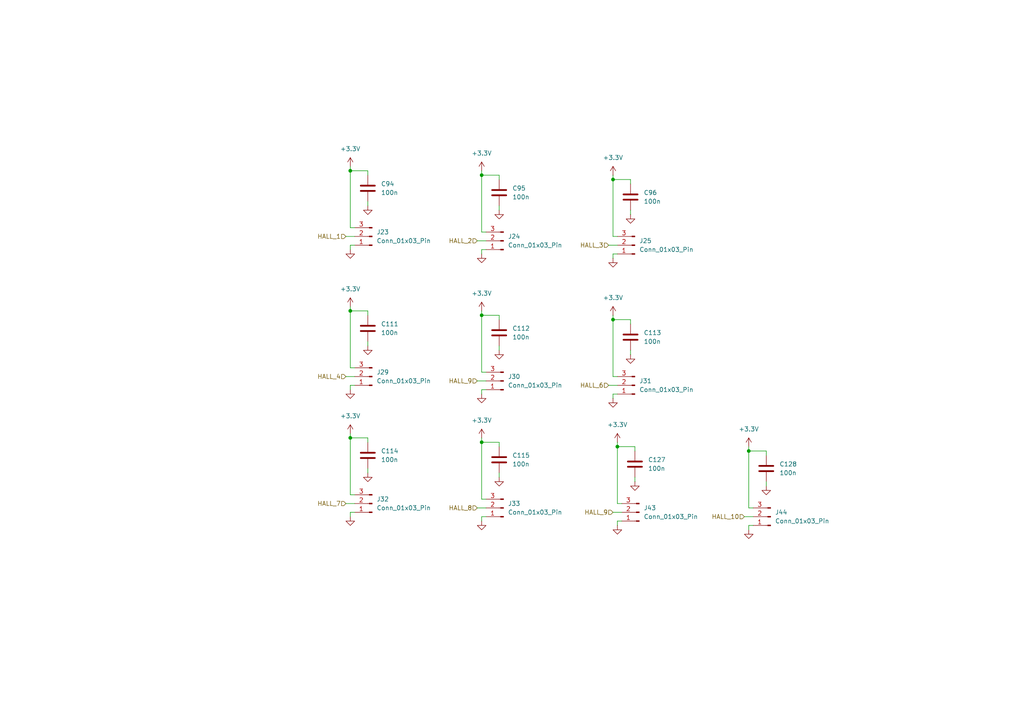
<source format=kicad_sch>
(kicad_sch
	(version 20250114)
	(generator "eeschema")
	(generator_version "9.0")
	(uuid "28343529-880e-4633-a56c-17869d9d402b")
	(paper "A4")
	(lib_symbols
		(symbol "Connector:Conn_01x03_Pin"
			(pin_names
				(offset 1.016)
				(hide yes)
			)
			(exclude_from_sim no)
			(in_bom yes)
			(on_board yes)
			(property "Reference" "J"
				(at 0 5.08 0)
				(effects
					(font
						(size 1.27 1.27)
					)
				)
			)
			(property "Value" "Conn_01x03_Pin"
				(at 0 -5.08 0)
				(effects
					(font
						(size 1.27 1.27)
					)
				)
			)
			(property "Footprint" ""
				(at 0 0 0)
				(effects
					(font
						(size 1.27 1.27)
					)
					(hide yes)
				)
			)
			(property "Datasheet" "~"
				(at 0 0 0)
				(effects
					(font
						(size 1.27 1.27)
					)
					(hide yes)
				)
			)
			(property "Description" "Generic connector, single row, 01x03, script generated"
				(at 0 0 0)
				(effects
					(font
						(size 1.27 1.27)
					)
					(hide yes)
				)
			)
			(property "ki_locked" ""
				(at 0 0 0)
				(effects
					(font
						(size 1.27 1.27)
					)
				)
			)
			(property "ki_keywords" "connector"
				(at 0 0 0)
				(effects
					(font
						(size 1.27 1.27)
					)
					(hide yes)
				)
			)
			(property "ki_fp_filters" "Connector*:*_1x??_*"
				(at 0 0 0)
				(effects
					(font
						(size 1.27 1.27)
					)
					(hide yes)
				)
			)
			(symbol "Conn_01x03_Pin_1_1"
				(rectangle
					(start 0.8636 2.667)
					(end 0 2.413)
					(stroke
						(width 0.1524)
						(type default)
					)
					(fill
						(type outline)
					)
				)
				(rectangle
					(start 0.8636 0.127)
					(end 0 -0.127)
					(stroke
						(width 0.1524)
						(type default)
					)
					(fill
						(type outline)
					)
				)
				(rectangle
					(start 0.8636 -2.413)
					(end 0 -2.667)
					(stroke
						(width 0.1524)
						(type default)
					)
					(fill
						(type outline)
					)
				)
				(polyline
					(pts
						(xy 1.27 2.54) (xy 0.8636 2.54)
					)
					(stroke
						(width 0.1524)
						(type default)
					)
					(fill
						(type none)
					)
				)
				(polyline
					(pts
						(xy 1.27 0) (xy 0.8636 0)
					)
					(stroke
						(width 0.1524)
						(type default)
					)
					(fill
						(type none)
					)
				)
				(polyline
					(pts
						(xy 1.27 -2.54) (xy 0.8636 -2.54)
					)
					(stroke
						(width 0.1524)
						(type default)
					)
					(fill
						(type none)
					)
				)
				(pin passive line
					(at 5.08 2.54 180)
					(length 3.81)
					(name "Pin_1"
						(effects
							(font
								(size 1.27 1.27)
							)
						)
					)
					(number "1"
						(effects
							(font
								(size 1.27 1.27)
							)
						)
					)
				)
				(pin passive line
					(at 5.08 0 180)
					(length 3.81)
					(name "Pin_2"
						(effects
							(font
								(size 1.27 1.27)
							)
						)
					)
					(number "2"
						(effects
							(font
								(size 1.27 1.27)
							)
						)
					)
				)
				(pin passive line
					(at 5.08 -2.54 180)
					(length 3.81)
					(name "Pin_3"
						(effects
							(font
								(size 1.27 1.27)
							)
						)
					)
					(number "3"
						(effects
							(font
								(size 1.27 1.27)
							)
						)
					)
				)
			)
			(embedded_fonts no)
		)
		(symbol "Device:C"
			(pin_numbers
				(hide yes)
			)
			(pin_names
				(offset 0.254)
			)
			(exclude_from_sim no)
			(in_bom yes)
			(on_board yes)
			(property "Reference" "C"
				(at 0.635 2.54 0)
				(effects
					(font
						(size 1.27 1.27)
					)
					(justify left)
				)
			)
			(property "Value" "C"
				(at 0.635 -2.54 0)
				(effects
					(font
						(size 1.27 1.27)
					)
					(justify left)
				)
			)
			(property "Footprint" ""
				(at 0.9652 -3.81 0)
				(effects
					(font
						(size 1.27 1.27)
					)
					(hide yes)
				)
			)
			(property "Datasheet" "~"
				(at 0 0 0)
				(effects
					(font
						(size 1.27 1.27)
					)
					(hide yes)
				)
			)
			(property "Description" "Unpolarized capacitor"
				(at 0 0 0)
				(effects
					(font
						(size 1.27 1.27)
					)
					(hide yes)
				)
			)
			(property "ki_keywords" "cap capacitor"
				(at 0 0 0)
				(effects
					(font
						(size 1.27 1.27)
					)
					(hide yes)
				)
			)
			(property "ki_fp_filters" "C_*"
				(at 0 0 0)
				(effects
					(font
						(size 1.27 1.27)
					)
					(hide yes)
				)
			)
			(symbol "C_0_1"
				(polyline
					(pts
						(xy -2.032 0.762) (xy 2.032 0.762)
					)
					(stroke
						(width 0.508)
						(type default)
					)
					(fill
						(type none)
					)
				)
				(polyline
					(pts
						(xy -2.032 -0.762) (xy 2.032 -0.762)
					)
					(stroke
						(width 0.508)
						(type default)
					)
					(fill
						(type none)
					)
				)
			)
			(symbol "C_1_1"
				(pin passive line
					(at 0 3.81 270)
					(length 2.794)
					(name "~"
						(effects
							(font
								(size 1.27 1.27)
							)
						)
					)
					(number "1"
						(effects
							(font
								(size 1.27 1.27)
							)
						)
					)
				)
				(pin passive line
					(at 0 -3.81 90)
					(length 2.794)
					(name "~"
						(effects
							(font
								(size 1.27 1.27)
							)
						)
					)
					(number "2"
						(effects
							(font
								(size 1.27 1.27)
							)
						)
					)
				)
			)
			(embedded_fonts no)
		)
		(symbol "power:+3.3V"
			(power)
			(pin_numbers
				(hide yes)
			)
			(pin_names
				(offset 0)
				(hide yes)
			)
			(exclude_from_sim no)
			(in_bom yes)
			(on_board yes)
			(property "Reference" "#PWR"
				(at 0 -3.81 0)
				(effects
					(font
						(size 1.27 1.27)
					)
					(hide yes)
				)
			)
			(property "Value" "+3.3V"
				(at 0 3.556 0)
				(effects
					(font
						(size 1.27 1.27)
					)
				)
			)
			(property "Footprint" ""
				(at 0 0 0)
				(effects
					(font
						(size 1.27 1.27)
					)
					(hide yes)
				)
			)
			(property "Datasheet" ""
				(at 0 0 0)
				(effects
					(font
						(size 1.27 1.27)
					)
					(hide yes)
				)
			)
			(property "Description" "Power symbol creates a global label with name \"+3.3V\""
				(at 0 0 0)
				(effects
					(font
						(size 1.27 1.27)
					)
					(hide yes)
				)
			)
			(property "ki_keywords" "global power"
				(at 0 0 0)
				(effects
					(font
						(size 1.27 1.27)
					)
					(hide yes)
				)
			)
			(symbol "+3.3V_0_1"
				(polyline
					(pts
						(xy -0.762 1.27) (xy 0 2.54)
					)
					(stroke
						(width 0)
						(type default)
					)
					(fill
						(type none)
					)
				)
				(polyline
					(pts
						(xy 0 2.54) (xy 0.762 1.27)
					)
					(stroke
						(width 0)
						(type default)
					)
					(fill
						(type none)
					)
				)
				(polyline
					(pts
						(xy 0 0) (xy 0 2.54)
					)
					(stroke
						(width 0)
						(type default)
					)
					(fill
						(type none)
					)
				)
			)
			(symbol "+3.3V_1_1"
				(pin power_in line
					(at 0 0 90)
					(length 0)
					(name "~"
						(effects
							(font
								(size 1.27 1.27)
							)
						)
					)
					(number "1"
						(effects
							(font
								(size 1.27 1.27)
							)
						)
					)
				)
			)
			(embedded_fonts no)
		)
		(symbol "power:GND"
			(power)
			(pin_numbers
				(hide yes)
			)
			(pin_names
				(offset 0)
				(hide yes)
			)
			(exclude_from_sim no)
			(in_bom yes)
			(on_board yes)
			(property "Reference" "#PWR"
				(at 0 -6.35 0)
				(effects
					(font
						(size 1.27 1.27)
					)
					(hide yes)
				)
			)
			(property "Value" "GND"
				(at 0 -3.81 0)
				(effects
					(font
						(size 1.27 1.27)
					)
				)
			)
			(property "Footprint" ""
				(at 0 0 0)
				(effects
					(font
						(size 1.27 1.27)
					)
					(hide yes)
				)
			)
			(property "Datasheet" ""
				(at 0 0 0)
				(effects
					(font
						(size 1.27 1.27)
					)
					(hide yes)
				)
			)
			(property "Description" "Power symbol creates a global label with name \"GND\" , ground"
				(at 0 0 0)
				(effects
					(font
						(size 1.27 1.27)
					)
					(hide yes)
				)
			)
			(property "ki_keywords" "global power"
				(at 0 0 0)
				(effects
					(font
						(size 1.27 1.27)
					)
					(hide yes)
				)
			)
			(symbol "GND_0_1"
				(polyline
					(pts
						(xy 0 0) (xy 0 -1.27) (xy 1.27 -1.27) (xy 0 -2.54) (xy -1.27 -1.27) (xy 0 -1.27)
					)
					(stroke
						(width 0)
						(type default)
					)
					(fill
						(type none)
					)
				)
			)
			(symbol "GND_1_1"
				(pin power_in line
					(at 0 0 270)
					(length 0)
					(name "~"
						(effects
							(font
								(size 1.27 1.27)
							)
						)
					)
					(number "1"
						(effects
							(font
								(size 1.27 1.27)
							)
						)
					)
				)
			)
			(embedded_fonts no)
		)
	)
	(junction
		(at 177.8 52.07)
		(diameter 0)
		(color 0 0 0 0)
		(uuid "1c811f04-a371-4f03-b7bb-d2a55796bc0d")
	)
	(junction
		(at 101.6 90.17)
		(diameter 0)
		(color 0 0 0 0)
		(uuid "3ef0ffbc-6606-49fd-ba55-628dff685b23")
	)
	(junction
		(at 139.7 91.44)
		(diameter 0)
		(color 0 0 0 0)
		(uuid "5a0f19d7-0661-41ad-b2a3-c3a210042ea5")
	)
	(junction
		(at 139.7 128.27)
		(diameter 0)
		(color 0 0 0 0)
		(uuid "9e49b776-4992-4e94-a350-1608cc2264b8")
	)
	(junction
		(at 177.8 92.71)
		(diameter 0)
		(color 0 0 0 0)
		(uuid "a9983357-0568-4840-859b-0f06a81e0af1")
	)
	(junction
		(at 101.6 127)
		(diameter 0)
		(color 0 0 0 0)
		(uuid "b086260a-4442-44fb-a04f-3802f9e761ff")
	)
	(junction
		(at 217.17 130.81)
		(diameter 0)
		(color 0 0 0 0)
		(uuid "b86238bd-048f-4d78-a9dd-8abf346e361f")
	)
	(junction
		(at 179.07 129.54)
		(diameter 0)
		(color 0 0 0 0)
		(uuid "c3b5319d-aef1-4180-a1df-d7fb04d8eaaa")
	)
	(junction
		(at 139.7 50.8)
		(diameter 0)
		(color 0 0 0 0)
		(uuid "e2f02a53-12d7-4ac5-ab05-b90ed3701f11")
	)
	(junction
		(at 101.6 49.53)
		(diameter 0)
		(color 0 0 0 0)
		(uuid "e93e0d15-136f-44fb-a45a-4fdf74c8c0ba")
	)
	(wire
		(pts
			(xy 215.9 149.86) (xy 218.44 149.86)
		)
		(stroke
			(width 0)
			(type default)
		)
		(uuid "019540d9-940e-403a-ac7c-24845e3990cd")
	)
	(wire
		(pts
			(xy 179.07 152.4) (xy 179.07 151.13)
		)
		(stroke
			(width 0)
			(type default)
		)
		(uuid "0682187a-d9e4-40be-b139-9615b0d3d1d2")
	)
	(wire
		(pts
			(xy 106.68 50.8) (xy 106.68 49.53)
		)
		(stroke
			(width 0)
			(type default)
		)
		(uuid "0aa3e447-6e66-49a2-9449-6d43a4d288c9")
	)
	(wire
		(pts
			(xy 106.68 91.44) (xy 106.68 90.17)
		)
		(stroke
			(width 0)
			(type default)
		)
		(uuid "0ab3b971-8c7a-41f6-833f-b04d38bea2e7")
	)
	(wire
		(pts
			(xy 217.17 130.81) (xy 217.17 129.54)
		)
		(stroke
			(width 0)
			(type default)
		)
		(uuid "0b394d5f-ba5c-4cce-9393-69bcee08bdf1")
	)
	(wire
		(pts
			(xy 176.53 111.76) (xy 179.07 111.76)
		)
		(stroke
			(width 0)
			(type default)
		)
		(uuid "0bfdac2f-c3fa-44da-8591-f992293270ae")
	)
	(wire
		(pts
			(xy 177.8 68.58) (xy 179.07 68.58)
		)
		(stroke
			(width 0)
			(type default)
		)
		(uuid "100ac388-45dd-4de1-a8b9-6015026b1073")
	)
	(wire
		(pts
			(xy 139.7 50.8) (xy 139.7 49.53)
		)
		(stroke
			(width 0)
			(type default)
		)
		(uuid "181d9e0c-b2b7-4cda-8026-6e2f62fdce75")
	)
	(wire
		(pts
			(xy 179.07 151.13) (xy 180.34 151.13)
		)
		(stroke
			(width 0)
			(type default)
		)
		(uuid "18286fb3-84d0-46eb-9693-95a6ec14915e")
	)
	(wire
		(pts
			(xy 217.17 147.32) (xy 218.44 147.32)
		)
		(stroke
			(width 0)
			(type default)
		)
		(uuid "19a9f153-2f03-428a-a674-9dd478b3374f")
	)
	(wire
		(pts
			(xy 138.43 69.85) (xy 140.97 69.85)
		)
		(stroke
			(width 0)
			(type default)
		)
		(uuid "1aded0f5-a96a-4739-9a0d-b6059d66e2e2")
	)
	(wire
		(pts
			(xy 182.88 53.34) (xy 182.88 52.07)
		)
		(stroke
			(width 0)
			(type default)
		)
		(uuid "1b9a9d55-fddb-49b2-9281-8b98dfc44037")
	)
	(wire
		(pts
			(xy 139.7 72.39) (xy 140.97 72.39)
		)
		(stroke
			(width 0)
			(type default)
		)
		(uuid "1db69d03-2756-45bc-add9-57bf950d3cf6")
	)
	(wire
		(pts
			(xy 177.8 52.07) (xy 177.8 68.58)
		)
		(stroke
			(width 0)
			(type default)
		)
		(uuid "1f6f544d-1015-45ac-80a8-5239ef39913c")
	)
	(wire
		(pts
			(xy 101.6 127) (xy 106.68 127)
		)
		(stroke
			(width 0)
			(type default)
		)
		(uuid "262a9149-02e5-4986-b7c1-4bc178189823")
	)
	(wire
		(pts
			(xy 139.7 128.27) (xy 139.7 127)
		)
		(stroke
			(width 0)
			(type default)
		)
		(uuid "2aeb518c-b8f4-4c9a-9a31-0e363c77b7b4")
	)
	(wire
		(pts
			(xy 177.8 74.93) (xy 177.8 73.66)
		)
		(stroke
			(width 0)
			(type default)
		)
		(uuid "2c2e04d3-6cec-4bc2-8d41-e81357f29fd7")
	)
	(wire
		(pts
			(xy 184.15 138.43) (xy 184.15 139.7)
		)
		(stroke
			(width 0)
			(type default)
		)
		(uuid "315cbc47-1ae1-4179-b29c-d840fa32fcf0")
	)
	(wire
		(pts
			(xy 100.33 146.05) (xy 102.87 146.05)
		)
		(stroke
			(width 0)
			(type default)
		)
		(uuid "3424c826-0efe-47fe-9f25-34e1c9142c49")
	)
	(wire
		(pts
			(xy 179.07 129.54) (xy 179.07 128.27)
		)
		(stroke
			(width 0)
			(type default)
		)
		(uuid "357c2b3a-9734-4630-9ed4-abfa9a26ae03")
	)
	(wire
		(pts
			(xy 177.8 52.07) (xy 177.8 50.8)
		)
		(stroke
			(width 0)
			(type default)
		)
		(uuid "386316e6-f501-4a1c-9cb2-45c3b164451a")
	)
	(wire
		(pts
			(xy 182.88 93.98) (xy 182.88 92.71)
		)
		(stroke
			(width 0)
			(type default)
		)
		(uuid "39482adb-3064-4621-8863-3382e29cff5c")
	)
	(wire
		(pts
			(xy 100.33 109.22) (xy 102.87 109.22)
		)
		(stroke
			(width 0)
			(type default)
		)
		(uuid "39fa3103-dd5c-4148-ba5e-3a0bba3d0498")
	)
	(wire
		(pts
			(xy 139.7 91.44) (xy 139.7 90.17)
		)
		(stroke
			(width 0)
			(type default)
		)
		(uuid "3d201610-e0a8-4acc-971f-503fa2106454")
	)
	(wire
		(pts
			(xy 177.8 92.71) (xy 182.88 92.71)
		)
		(stroke
			(width 0)
			(type default)
		)
		(uuid "486ae674-0ba4-45f3-b3fb-bd7c618fad8e")
	)
	(wire
		(pts
			(xy 177.8 73.66) (xy 179.07 73.66)
		)
		(stroke
			(width 0)
			(type default)
		)
		(uuid "4920b229-d809-4aa1-90c6-faa67d160bd9")
	)
	(wire
		(pts
			(xy 139.7 67.31) (xy 140.97 67.31)
		)
		(stroke
			(width 0)
			(type default)
		)
		(uuid "514b2401-f8c3-4166-9db5-80ca568f24db")
	)
	(wire
		(pts
			(xy 217.17 152.4) (xy 218.44 152.4)
		)
		(stroke
			(width 0)
			(type default)
		)
		(uuid "52892095-ae42-48c0-b3fd-8574c46caf87")
	)
	(wire
		(pts
			(xy 144.78 52.07) (xy 144.78 50.8)
		)
		(stroke
			(width 0)
			(type default)
		)
		(uuid "5646020f-6db1-47d3-9829-24839480c009")
	)
	(wire
		(pts
			(xy 177.8 115.57) (xy 177.8 114.3)
		)
		(stroke
			(width 0)
			(type default)
		)
		(uuid "5f4d75a2-7455-4738-a70c-3145e2458f3c")
	)
	(wire
		(pts
			(xy 139.7 149.86) (xy 140.97 149.86)
		)
		(stroke
			(width 0)
			(type default)
		)
		(uuid "5f95bb14-cb9a-45b1-a0f6-e793cfa75e6d")
	)
	(wire
		(pts
			(xy 217.17 153.67) (xy 217.17 152.4)
		)
		(stroke
			(width 0)
			(type default)
		)
		(uuid "6393f3b3-64e9-4d49-bc04-28d02958314c")
	)
	(wire
		(pts
			(xy 139.7 128.27) (xy 139.7 144.78)
		)
		(stroke
			(width 0)
			(type default)
		)
		(uuid "63d5398b-9f12-48bd-9b12-23957b656ed9")
	)
	(wire
		(pts
			(xy 139.7 91.44) (xy 144.78 91.44)
		)
		(stroke
			(width 0)
			(type default)
		)
		(uuid "665ce460-747d-4cc1-9efe-3c8c4d6bf7d9")
	)
	(wire
		(pts
			(xy 106.68 128.27) (xy 106.68 127)
		)
		(stroke
			(width 0)
			(type default)
		)
		(uuid "66a3c070-8848-46d8-8160-40c08d20b780")
	)
	(wire
		(pts
			(xy 182.88 60.96) (xy 182.88 62.23)
		)
		(stroke
			(width 0)
			(type default)
		)
		(uuid "672587c5-5caa-4882-bb09-25013c54ff86")
	)
	(wire
		(pts
			(xy 101.6 106.68) (xy 102.87 106.68)
		)
		(stroke
			(width 0)
			(type default)
		)
		(uuid "673d4634-860d-47fb-b43c-84c0ee9364b1")
	)
	(wire
		(pts
			(xy 176.53 71.12) (xy 179.07 71.12)
		)
		(stroke
			(width 0)
			(type default)
		)
		(uuid "673f3e8b-bfbd-4210-bc02-b4e4b2f0f789")
	)
	(wire
		(pts
			(xy 101.6 127) (xy 101.6 143.51)
		)
		(stroke
			(width 0)
			(type default)
		)
		(uuid "6a2ac1fa-8469-4faf-8a39-a2d3d9e01ab3")
	)
	(wire
		(pts
			(xy 138.43 147.32) (xy 140.97 147.32)
		)
		(stroke
			(width 0)
			(type default)
		)
		(uuid "6a9d8e68-e9eb-417b-92ff-073ff7df19cb")
	)
	(wire
		(pts
			(xy 101.6 49.53) (xy 106.68 49.53)
		)
		(stroke
			(width 0)
			(type default)
		)
		(uuid "6ecf700f-e0f9-411e-ba79-ab71e05ecc78")
	)
	(wire
		(pts
			(xy 100.33 68.58) (xy 102.87 68.58)
		)
		(stroke
			(width 0)
			(type default)
		)
		(uuid "73c6b2fe-f960-467c-ade9-d8bbb06db501")
	)
	(wire
		(pts
			(xy 139.7 50.8) (xy 139.7 67.31)
		)
		(stroke
			(width 0)
			(type default)
		)
		(uuid "744cf718-de27-4b6f-8a0a-34fa4056b050")
	)
	(wire
		(pts
			(xy 182.88 101.6) (xy 182.88 102.87)
		)
		(stroke
			(width 0)
			(type default)
		)
		(uuid "7902c33a-9122-48d2-97b8-89a66bdd4722")
	)
	(wire
		(pts
			(xy 144.78 92.71) (xy 144.78 91.44)
		)
		(stroke
			(width 0)
			(type default)
		)
		(uuid "7cd909ca-7177-4854-81e6-7cde1612c215")
	)
	(wire
		(pts
			(xy 144.78 137.16) (xy 144.78 138.43)
		)
		(stroke
			(width 0)
			(type default)
		)
		(uuid "7e032457-4816-4407-8d71-e91155437940")
	)
	(wire
		(pts
			(xy 177.8 92.71) (xy 177.8 109.22)
		)
		(stroke
			(width 0)
			(type default)
		)
		(uuid "803c500b-1024-4a52-aa8f-56d6b79618ee")
	)
	(wire
		(pts
			(xy 177.8 148.59) (xy 180.34 148.59)
		)
		(stroke
			(width 0)
			(type default)
		)
		(uuid "83ba9dc5-8d83-422b-9c2f-7bf61f5f893b")
	)
	(wire
		(pts
			(xy 101.6 143.51) (xy 102.87 143.51)
		)
		(stroke
			(width 0)
			(type default)
		)
		(uuid "877a3df7-2bf8-45a2-8317-8a8d50e44ea8")
	)
	(wire
		(pts
			(xy 101.6 111.76) (xy 102.87 111.76)
		)
		(stroke
			(width 0)
			(type default)
		)
		(uuid "8be4de9c-4c79-4084-a1d3-c8d11310c671")
	)
	(wire
		(pts
			(xy 101.6 72.39) (xy 101.6 71.12)
		)
		(stroke
			(width 0)
			(type default)
		)
		(uuid "95f614e6-f534-449f-8d31-f53c6c883f60")
	)
	(wire
		(pts
			(xy 222.25 132.08) (xy 222.25 130.81)
		)
		(stroke
			(width 0)
			(type default)
		)
		(uuid "9e07f6c6-a445-4c47-8969-13154f6fd033")
	)
	(wire
		(pts
			(xy 139.7 114.3) (xy 139.7 113.03)
		)
		(stroke
			(width 0)
			(type default)
		)
		(uuid "9f2a5c60-8d64-424f-a559-c94bca0cd9eb")
	)
	(wire
		(pts
			(xy 101.6 49.53) (xy 101.6 66.04)
		)
		(stroke
			(width 0)
			(type default)
		)
		(uuid "a1b86e88-dd57-40ce-97ff-139396f84d7d")
	)
	(wire
		(pts
			(xy 101.6 113.03) (xy 101.6 111.76)
		)
		(stroke
			(width 0)
			(type default)
		)
		(uuid "a5cb0568-2897-4dbd-ab4c-f636cd68ecfe")
	)
	(wire
		(pts
			(xy 101.6 90.17) (xy 106.68 90.17)
		)
		(stroke
			(width 0)
			(type default)
		)
		(uuid "a5ff38a5-1e3d-4e07-ad9e-10c71c81e696")
	)
	(wire
		(pts
			(xy 101.6 90.17) (xy 101.6 106.68)
		)
		(stroke
			(width 0)
			(type default)
		)
		(uuid "a7925cec-936f-475f-b3c3-b78d5eb02f88")
	)
	(wire
		(pts
			(xy 139.7 107.95) (xy 140.97 107.95)
		)
		(stroke
			(width 0)
			(type default)
		)
		(uuid "a7bf9fbd-4a30-4f3f-9ad7-c9a44c032cd4")
	)
	(wire
		(pts
			(xy 101.6 90.17) (xy 101.6 88.9)
		)
		(stroke
			(width 0)
			(type default)
		)
		(uuid "a8faa798-3735-4859-9cb3-98f285c8307f")
	)
	(wire
		(pts
			(xy 139.7 144.78) (xy 140.97 144.78)
		)
		(stroke
			(width 0)
			(type default)
		)
		(uuid "b0298fa7-cb2b-4a89-98fa-6a6c66929901")
	)
	(wire
		(pts
			(xy 101.6 49.53) (xy 101.6 48.26)
		)
		(stroke
			(width 0)
			(type default)
		)
		(uuid "b49ede80-36e3-40b7-8d3c-e4841f276e3a")
	)
	(wire
		(pts
			(xy 177.8 92.71) (xy 177.8 91.44)
		)
		(stroke
			(width 0)
			(type default)
		)
		(uuid "b6424aa0-333b-48b8-8047-b7d13ae6b02d")
	)
	(wire
		(pts
			(xy 106.68 58.42) (xy 106.68 59.69)
		)
		(stroke
			(width 0)
			(type default)
		)
		(uuid "b7594d2b-866f-4e8b-9adf-3d3b393346ca")
	)
	(wire
		(pts
			(xy 222.25 139.7) (xy 222.25 140.97)
		)
		(stroke
			(width 0)
			(type default)
		)
		(uuid "b880e6a4-6d36-4549-b87e-9a3e90c1f241")
	)
	(wire
		(pts
			(xy 139.7 73.66) (xy 139.7 72.39)
		)
		(stroke
			(width 0)
			(type default)
		)
		(uuid "b943fade-7109-4e27-a3be-e35f8c7f39f6")
	)
	(wire
		(pts
			(xy 184.15 130.81) (xy 184.15 129.54)
		)
		(stroke
			(width 0)
			(type default)
		)
		(uuid "c070e458-6c10-4c75-a46d-dadcff736ae5")
	)
	(wire
		(pts
			(xy 101.6 66.04) (xy 102.87 66.04)
		)
		(stroke
			(width 0)
			(type default)
		)
		(uuid "c3d18179-4240-4617-ac42-51814c2eb624")
	)
	(wire
		(pts
			(xy 139.7 91.44) (xy 139.7 107.95)
		)
		(stroke
			(width 0)
			(type default)
		)
		(uuid "c5394c97-c29b-4a33-a068-044326ec2386")
	)
	(wire
		(pts
			(xy 144.78 129.54) (xy 144.78 128.27)
		)
		(stroke
			(width 0)
			(type default)
		)
		(uuid "c57baa45-67cf-45e6-8a54-cc767e90b634")
	)
	(wire
		(pts
			(xy 177.8 109.22) (xy 179.07 109.22)
		)
		(stroke
			(width 0)
			(type default)
		)
		(uuid "c7bbadcd-abff-42d7-8b50-85812d31c26e")
	)
	(wire
		(pts
			(xy 144.78 100.33) (xy 144.78 101.6)
		)
		(stroke
			(width 0)
			(type default)
		)
		(uuid "cf4f056c-47a2-4fc8-aa67-1b21cc256fe4")
	)
	(wire
		(pts
			(xy 101.6 127) (xy 101.6 125.73)
		)
		(stroke
			(width 0)
			(type default)
		)
		(uuid "d16be151-aa13-498f-b873-13cbbd126792")
	)
	(wire
		(pts
			(xy 139.7 128.27) (xy 144.78 128.27)
		)
		(stroke
			(width 0)
			(type default)
		)
		(uuid "d1734d31-8c60-4c77-bc54-cc29c95a47d0")
	)
	(wire
		(pts
			(xy 101.6 71.12) (xy 102.87 71.12)
		)
		(stroke
			(width 0)
			(type default)
		)
		(uuid "d1dadc7e-842c-48f2-8fc9-8ca53fa1efea")
	)
	(wire
		(pts
			(xy 179.07 129.54) (xy 179.07 146.05)
		)
		(stroke
			(width 0)
			(type default)
		)
		(uuid "da0044f0-d992-4c7e-b7bd-f5968eedf5c1")
	)
	(wire
		(pts
			(xy 217.17 130.81) (xy 222.25 130.81)
		)
		(stroke
			(width 0)
			(type default)
		)
		(uuid "dc81e46a-b953-4bcc-bece-3b4235bf20df")
	)
	(wire
		(pts
			(xy 217.17 130.81) (xy 217.17 147.32)
		)
		(stroke
			(width 0)
			(type default)
		)
		(uuid "dd3eb46f-b986-41f4-beb5-7e18d2e5a298")
	)
	(wire
		(pts
			(xy 139.7 113.03) (xy 140.97 113.03)
		)
		(stroke
			(width 0)
			(type default)
		)
		(uuid "df5917b1-4ea2-4815-b05a-c047c9329e76")
	)
	(wire
		(pts
			(xy 144.78 59.69) (xy 144.78 60.96)
		)
		(stroke
			(width 0)
			(type default)
		)
		(uuid "e136e284-cd2c-43ee-9310-9dd72d753343")
	)
	(wire
		(pts
			(xy 179.07 146.05) (xy 180.34 146.05)
		)
		(stroke
			(width 0)
			(type default)
		)
		(uuid "e3755516-3a0b-46ae-b13b-7acbb66b7c7e")
	)
	(wire
		(pts
			(xy 139.7 151.13) (xy 139.7 149.86)
		)
		(stroke
			(width 0)
			(type default)
		)
		(uuid "e6e5fbf6-8d9b-486d-8f08-6ac44e70186a")
	)
	(wire
		(pts
			(xy 177.8 114.3) (xy 179.07 114.3)
		)
		(stroke
			(width 0)
			(type default)
		)
		(uuid "ea78d78f-b199-4ef5-9c58-fb9f072aecb0")
	)
	(wire
		(pts
			(xy 101.6 149.86) (xy 101.6 148.59)
		)
		(stroke
			(width 0)
			(type default)
		)
		(uuid "eaace5a0-bee6-4d89-bf59-ee78df15f644")
	)
	(wire
		(pts
			(xy 138.43 110.49) (xy 140.97 110.49)
		)
		(stroke
			(width 0)
			(type default)
		)
		(uuid "f634e243-9a39-47b5-bc74-b21c1be7201c")
	)
	(wire
		(pts
			(xy 106.68 99.06) (xy 106.68 100.33)
		)
		(stroke
			(width 0)
			(type default)
		)
		(uuid "fa28300e-e850-4881-8438-01756a051350")
	)
	(wire
		(pts
			(xy 179.07 129.54) (xy 184.15 129.54)
		)
		(stroke
			(width 0)
			(type default)
		)
		(uuid "fa76527c-85ac-42f7-b8fb-b5853e7dc90e")
	)
	(wire
		(pts
			(xy 106.68 135.89) (xy 106.68 137.16)
		)
		(stroke
			(width 0)
			(type default)
		)
		(uuid "fae85877-05e2-4d67-b3fd-05ba6ce06a96")
	)
	(wire
		(pts
			(xy 139.7 50.8) (xy 144.78 50.8)
		)
		(stroke
			(width 0)
			(type default)
		)
		(uuid "fda6aa5f-cb0c-49e1-bc2d-77e97a45d081")
	)
	(wire
		(pts
			(xy 177.8 52.07) (xy 182.88 52.07)
		)
		(stroke
			(width 0)
			(type default)
		)
		(uuid "fea15666-07ed-4429-9444-f40f3c654cc0")
	)
	(wire
		(pts
			(xy 101.6 148.59) (xy 102.87 148.59)
		)
		(stroke
			(width 0)
			(type default)
		)
		(uuid "ff363dab-0769-4794-b857-ae57df44aa08")
	)
	(hierarchical_label "HALL_9"
		(shape input)
		(at 138.43 110.49 180)
		(effects
			(font
				(size 1.27 1.27)
			)
			(justify right)
		)
		(uuid "1c16a7cd-6df5-40ee-ba30-e307c4916943")
	)
	(hierarchical_label "HALL_3"
		(shape input)
		(at 176.53 71.12 180)
		(effects
			(font
				(size 1.27 1.27)
			)
			(justify right)
		)
		(uuid "2d76a60e-d2df-4214-b871-505b3a1b1a47")
	)
	(hierarchical_label "HALL_9"
		(shape input)
		(at 177.8 148.59 180)
		(effects
			(font
				(size 1.27 1.27)
			)
			(justify right)
		)
		(uuid "3783c91c-b03e-4231-b524-f472ecd6aa9d")
	)
	(hierarchical_label "HALL_4"
		(shape input)
		(at 100.33 109.22 180)
		(effects
			(font
				(size 1.27 1.27)
			)
			(justify right)
		)
		(uuid "612f6757-3165-45d9-82bc-3307c25a1fe9")
	)
	(hierarchical_label "HALL_8"
		(shape input)
		(at 138.43 147.32 180)
		(effects
			(font
				(size 1.27 1.27)
			)
			(justify right)
		)
		(uuid "6545848f-4916-4201-a900-8efb4130d897")
	)
	(hierarchical_label "HALL_10"
		(shape input)
		(at 215.9 149.86 180)
		(effects
			(font
				(size 1.27 1.27)
			)
			(justify right)
		)
		(uuid "a05e1af3-d263-41d9-a95e-5b1e2d8052f1")
	)
	(hierarchical_label "HALL_1"
		(shape input)
		(at 100.33 68.58 180)
		(effects
			(font
				(size 1.27 1.27)
			)
			(justify right)
		)
		(uuid "acdb9a38-f0b8-4a91-91a1-71cccd32f47f")
	)
	(hierarchical_label "HALL_6"
		(shape input)
		(at 176.53 111.76 180)
		(effects
			(font
				(size 1.27 1.27)
			)
			(justify right)
		)
		(uuid "af170c00-45f2-42f5-b396-947cbd093e0b")
	)
	(hierarchical_label "HALL_2"
		(shape input)
		(at 138.43 69.85 180)
		(effects
			(font
				(size 1.27 1.27)
			)
			(justify right)
		)
		(uuid "d056cde6-c11e-4c34-bb09-033efe51060d")
	)
	(hierarchical_label "HALL_7"
		(shape input)
		(at 100.33 146.05 180)
		(effects
			(font
				(size 1.27 1.27)
			)
			(justify right)
		)
		(uuid "eafea37b-cebf-4a22-a9a3-4a76a1ef13fa")
	)
	(symbol
		(lib_id "power:GND")
		(at 177.8 115.57 0)
		(unit 1)
		(exclude_from_sim no)
		(in_bom yes)
		(on_board yes)
		(dnp no)
		(fields_autoplaced yes)
		(uuid "04d39dfd-12ff-4a51-838d-d3b7ead581cc")
		(property "Reference" "#PWR0187"
			(at 177.8 121.92 0)
			(effects
				(font
					(size 1.27 1.27)
				)
				(hide yes)
			)
		)
		(property "Value" "GND"
			(at 177.8 120.65 0)
			(effects
				(font
					(size 1.27 1.27)
				)
				(hide yes)
			)
		)
		(property "Footprint" ""
			(at 177.8 115.57 0)
			(effects
				(font
					(size 1.27 1.27)
				)
				(hide yes)
			)
		)
		(property "Datasheet" ""
			(at 177.8 115.57 0)
			(effects
				(font
					(size 1.27 1.27)
				)
				(hide yes)
			)
		)
		(property "Description" "Power symbol creates a global label with name \"GND\" , ground"
			(at 177.8 115.57 0)
			(effects
				(font
					(size 1.27 1.27)
				)
				(hide yes)
			)
		)
		(pin "1"
			(uuid "c70b2b43-fa21-4eea-ab48-9b61c0d7af93")
		)
		(instances
			(project "Input_Eve_V1.0"
				(path "/519cd8d4-bb93-4bd2-8d6d-fc5bc7100516/298b5851-387a-4cbd-91e1-c0ec89b4a6a8"
					(reference "#PWR0187")
					(unit 1)
				)
			)
		)
	)
	(symbol
		(lib_id "Connector:Conn_01x03_Pin")
		(at 185.42 148.59 180)
		(unit 1)
		(exclude_from_sim no)
		(in_bom yes)
		(on_board yes)
		(dnp no)
		(fields_autoplaced yes)
		(uuid "09125869-209c-4612-b086-c8c35feebb4a")
		(property "Reference" "J43"
			(at 186.69 147.3199 0)
			(effects
				(font
					(size 1.27 1.27)
				)
				(justify right)
			)
		)
		(property "Value" "Conn_01x03_Pin"
			(at 186.69 149.8599 0)
			(effects
				(font
					(size 1.27 1.27)
				)
				(justify right)
			)
		)
		(property "Footprint" "Connector_JST:JST_PH_B3B-PH-K_1x03_P2.00mm_Vertical"
			(at 185.42 148.59 0)
			(effects
				(font
					(size 1.27 1.27)
				)
				(hide yes)
			)
		)
		(property "Datasheet" "~"
			(at 185.42 148.59 0)
			(effects
				(font
					(size 1.27 1.27)
				)
				(hide yes)
			)
		)
		(property "Description" "Generic connector, single row, 01x03, script generated"
			(at 185.42 148.59 0)
			(effects
				(font
					(size 1.27 1.27)
				)
				(hide yes)
			)
		)
		(pin "3"
			(uuid "a05f8285-6e9c-435d-9f1b-dde3ab3eaab1")
		)
		(pin "2"
			(uuid "782fc577-fb35-4b67-b937-7cbbaf3925bf")
		)
		(pin "1"
			(uuid "a53d4157-faaa-4e0e-ab57-992152490c24")
		)
		(instances
			(project "Input_Eve_V1.0"
				(path "/519cd8d4-bb93-4bd2-8d6d-fc5bc7100516/298b5851-387a-4cbd-91e1-c0ec89b4a6a8"
					(reference "J43")
					(unit 1)
				)
			)
		)
	)
	(symbol
		(lib_id "power:+3.3V")
		(at 139.7 49.53 0)
		(unit 1)
		(exclude_from_sim no)
		(in_bom yes)
		(on_board yes)
		(dnp no)
		(fields_autoplaced yes)
		(uuid "0a3a3bec-974f-4c73-9609-70e3861b8ffe")
		(property "Reference" "#PWR0159"
			(at 139.7 53.34 0)
			(effects
				(font
					(size 1.27 1.27)
				)
				(hide yes)
			)
		)
		(property "Value" "+3.3V"
			(at 139.7 44.45 0)
			(effects
				(font
					(size 1.27 1.27)
				)
			)
		)
		(property "Footprint" ""
			(at 139.7 49.53 0)
			(effects
				(font
					(size 1.27 1.27)
				)
				(hide yes)
			)
		)
		(property "Datasheet" ""
			(at 139.7 49.53 0)
			(effects
				(font
					(size 1.27 1.27)
				)
				(hide yes)
			)
		)
		(property "Description" "Power symbol creates a global label with name \"+3.3V\""
			(at 139.7 49.53 0)
			(effects
				(font
					(size 1.27 1.27)
				)
				(hide yes)
			)
		)
		(pin "1"
			(uuid "10d1b284-4812-4243-9f1e-e11131c604aa")
		)
		(instances
			(project "Input_Eve_V1.0"
				(path "/519cd8d4-bb93-4bd2-8d6d-fc5bc7100516/298b5851-387a-4cbd-91e1-c0ec89b4a6a8"
					(reference "#PWR0159")
					(unit 1)
				)
			)
		)
	)
	(symbol
		(lib_id "power:+3.3V")
		(at 217.17 129.54 0)
		(unit 1)
		(exclude_from_sim no)
		(in_bom yes)
		(on_board yes)
		(dnp no)
		(fields_autoplaced yes)
		(uuid "0a54add2-5266-4a88-9b91-2952806f16af")
		(property "Reference" "#PWR0241"
			(at 217.17 133.35 0)
			(effects
				(font
					(size 1.27 1.27)
				)
				(hide yes)
			)
		)
		(property "Value" "+3.3V"
			(at 217.17 124.46 0)
			(effects
				(font
					(size 1.27 1.27)
				)
			)
		)
		(property "Footprint" ""
			(at 217.17 129.54 0)
			(effects
				(font
					(size 1.27 1.27)
				)
				(hide yes)
			)
		)
		(property "Datasheet" ""
			(at 217.17 129.54 0)
			(effects
				(font
					(size 1.27 1.27)
				)
				(hide yes)
			)
		)
		(property "Description" "Power symbol creates a global label with name \"+3.3V\""
			(at 217.17 129.54 0)
			(effects
				(font
					(size 1.27 1.27)
				)
				(hide yes)
			)
		)
		(pin "1"
			(uuid "12959371-597d-4cb5-9192-75b1be53a25f")
		)
		(instances
			(project "Input_Eve_V1.0"
				(path "/519cd8d4-bb93-4bd2-8d6d-fc5bc7100516/298b5851-387a-4cbd-91e1-c0ec89b4a6a8"
					(reference "#PWR0241")
					(unit 1)
				)
			)
		)
	)
	(symbol
		(lib_id "Device:C")
		(at 106.68 132.08 0)
		(unit 1)
		(exclude_from_sim no)
		(in_bom yes)
		(on_board yes)
		(dnp no)
		(fields_autoplaced yes)
		(uuid "15f813c8-730a-4690-8f96-05180a120810")
		(property "Reference" "C114"
			(at 110.49 130.8099 0)
			(effects
				(font
					(size 1.27 1.27)
				)
				(justify left)
			)
		)
		(property "Value" "100n"
			(at 110.49 133.3499 0)
			(effects
				(font
					(size 1.27 1.27)
				)
				(justify left)
			)
		)
		(property "Footprint" "Capacitor_SMD:C_0402_1005Metric"
			(at 107.6452 135.89 0)
			(effects
				(font
					(size 1.27 1.27)
				)
				(hide yes)
			)
		)
		(property "Datasheet" "~"
			(at 106.68 132.08 0)
			(effects
				(font
					(size 1.27 1.27)
				)
				(hide yes)
			)
		)
		(property "Description" "Unpolarized capacitor"
			(at 106.68 132.08 0)
			(effects
				(font
					(size 1.27 1.27)
				)
				(hide yes)
			)
		)
		(pin "1"
			(uuid "e0ebd12e-73b5-4ce5-8392-0e7a035165b8")
		)
		(pin "2"
			(uuid "cabedda0-eae4-4fe5-abbc-0154674849c8")
		)
		(instances
			(project "Input_Eve_V1.0"
				(path "/519cd8d4-bb93-4bd2-8d6d-fc5bc7100516/298b5851-387a-4cbd-91e1-c0ec89b4a6a8"
					(reference "C114")
					(unit 1)
				)
			)
		)
	)
	(symbol
		(lib_id "Connector:Conn_01x03_Pin")
		(at 107.95 68.58 180)
		(unit 1)
		(exclude_from_sim no)
		(in_bom yes)
		(on_board yes)
		(dnp no)
		(fields_autoplaced yes)
		(uuid "162cad08-29c6-4422-b56a-af4fb00be895")
		(property "Reference" "J23"
			(at 109.22 67.3099 0)
			(effects
				(font
					(size 1.27 1.27)
				)
				(justify right)
			)
		)
		(property "Value" "Conn_01x03_Pin"
			(at 109.22 69.8499 0)
			(effects
				(font
					(size 1.27 1.27)
				)
				(justify right)
			)
		)
		(property "Footprint" "Connector_JST:JST_PH_B3B-PH-K_1x03_P2.00mm_Vertical"
			(at 107.95 68.58 0)
			(effects
				(font
					(size 1.27 1.27)
				)
				(hide yes)
			)
		)
		(property "Datasheet" "~"
			(at 107.95 68.58 0)
			(effects
				(font
					(size 1.27 1.27)
				)
				(hide yes)
			)
		)
		(property "Description" "Generic connector, single row, 01x03, script generated"
			(at 107.95 68.58 0)
			(effects
				(font
					(size 1.27 1.27)
				)
				(hide yes)
			)
		)
		(pin "3"
			(uuid "1dd63004-c5bc-4295-8dfd-6741243b20c8")
		)
		(pin "2"
			(uuid "119b884c-6e39-4cef-8be9-fbe089118c1b")
		)
		(pin "1"
			(uuid "d98dfd0a-0cbb-48af-8c5d-f585a905556c")
		)
		(instances
			(project ""
				(path "/519cd8d4-bb93-4bd2-8d6d-fc5bc7100516/298b5851-387a-4cbd-91e1-c0ec89b4a6a8"
					(reference "J23")
					(unit 1)
				)
			)
		)
	)
	(symbol
		(lib_id "power:GND")
		(at 179.07 152.4 0)
		(unit 1)
		(exclude_from_sim no)
		(in_bom yes)
		(on_board yes)
		(dnp no)
		(fields_autoplaced yes)
		(uuid "189a4c90-ae1d-42d7-8c23-fab32448fb98")
		(property "Reference" "#PWR0239"
			(at 179.07 158.75 0)
			(effects
				(font
					(size 1.27 1.27)
				)
				(hide yes)
			)
		)
		(property "Value" "GND"
			(at 179.07 157.48 0)
			(effects
				(font
					(size 1.27 1.27)
				)
				(hide yes)
			)
		)
		(property "Footprint" ""
			(at 179.07 152.4 0)
			(effects
				(font
					(size 1.27 1.27)
				)
				(hide yes)
			)
		)
		(property "Datasheet" ""
			(at 179.07 152.4 0)
			(effects
				(font
					(size 1.27 1.27)
				)
				(hide yes)
			)
		)
		(property "Description" "Power symbol creates a global label with name \"GND\" , ground"
			(at 179.07 152.4 0)
			(effects
				(font
					(size 1.27 1.27)
				)
				(hide yes)
			)
		)
		(pin "1"
			(uuid "3fc3996f-b397-4799-babf-2752eec021a8")
		)
		(instances
			(project "Input_Eve_V1.0"
				(path "/519cd8d4-bb93-4bd2-8d6d-fc5bc7100516/298b5851-387a-4cbd-91e1-c0ec89b4a6a8"
					(reference "#PWR0239")
					(unit 1)
				)
			)
		)
	)
	(symbol
		(lib_id "power:GND")
		(at 139.7 114.3 0)
		(unit 1)
		(exclude_from_sim no)
		(in_bom yes)
		(on_board yes)
		(dnp no)
		(fields_autoplaced yes)
		(uuid "1a771056-0100-4314-b1b1-99aaa3f044ae")
		(property "Reference" "#PWR0184"
			(at 139.7 120.65 0)
			(effects
				(font
					(size 1.27 1.27)
				)
				(hide yes)
			)
		)
		(property "Value" "GND"
			(at 139.7 119.38 0)
			(effects
				(font
					(size 1.27 1.27)
				)
				(hide yes)
			)
		)
		(property "Footprint" ""
			(at 139.7 114.3 0)
			(effects
				(font
					(size 1.27 1.27)
				)
				(hide yes)
			)
		)
		(property "Datasheet" ""
			(at 139.7 114.3 0)
			(effects
				(font
					(size 1.27 1.27)
				)
				(hide yes)
			)
		)
		(property "Description" "Power symbol creates a global label with name \"GND\" , ground"
			(at 139.7 114.3 0)
			(effects
				(font
					(size 1.27 1.27)
				)
				(hide yes)
			)
		)
		(pin "1"
			(uuid "bfec0334-9f51-42c9-91da-a91998b09d1a")
		)
		(instances
			(project "Input_Eve_V1.0"
				(path "/519cd8d4-bb93-4bd2-8d6d-fc5bc7100516/298b5851-387a-4cbd-91e1-c0ec89b4a6a8"
					(reference "#PWR0184")
					(unit 1)
				)
			)
		)
	)
	(symbol
		(lib_id "Device:C")
		(at 144.78 96.52 0)
		(unit 1)
		(exclude_from_sim no)
		(in_bom yes)
		(on_board yes)
		(dnp no)
		(fields_autoplaced yes)
		(uuid "212aabf2-7049-484e-a85e-9be4f926cf49")
		(property "Reference" "C112"
			(at 148.59 95.2499 0)
			(effects
				(font
					(size 1.27 1.27)
				)
				(justify left)
			)
		)
		(property "Value" "100n"
			(at 148.59 97.7899 0)
			(effects
				(font
					(size 1.27 1.27)
				)
				(justify left)
			)
		)
		(property "Footprint" "Capacitor_SMD:C_0402_1005Metric"
			(at 145.7452 100.33 0)
			(effects
				(font
					(size 1.27 1.27)
				)
				(hide yes)
			)
		)
		(property "Datasheet" "~"
			(at 144.78 96.52 0)
			(effects
				(font
					(size 1.27 1.27)
				)
				(hide yes)
			)
		)
		(property "Description" "Unpolarized capacitor"
			(at 144.78 96.52 0)
			(effects
				(font
					(size 1.27 1.27)
				)
				(hide yes)
			)
		)
		(pin "1"
			(uuid "bf64c93b-1e15-4349-b85e-73f3334a5d55")
		)
		(pin "2"
			(uuid "32b42487-7f82-4977-a2b7-2e44349eda0f")
		)
		(instances
			(project "Input_Eve_V1.0"
				(path "/519cd8d4-bb93-4bd2-8d6d-fc5bc7100516/298b5851-387a-4cbd-91e1-c0ec89b4a6a8"
					(reference "C112")
					(unit 1)
				)
			)
		)
	)
	(symbol
		(lib_id "power:+3.3V")
		(at 101.6 88.9 0)
		(unit 1)
		(exclude_from_sim no)
		(in_bom yes)
		(on_board yes)
		(dnp no)
		(fields_autoplaced yes)
		(uuid "266f5ebd-71c4-4d75-85b4-a4d398722fad")
		(property "Reference" "#PWR0180"
			(at 101.6 92.71 0)
			(effects
				(font
					(size 1.27 1.27)
				)
				(hide yes)
			)
		)
		(property "Value" "+3.3V"
			(at 101.6 83.82 0)
			(effects
				(font
					(size 1.27 1.27)
				)
			)
		)
		(property "Footprint" ""
			(at 101.6 88.9 0)
			(effects
				(font
					(size 1.27 1.27)
				)
				(hide yes)
			)
		)
		(property "Datasheet" ""
			(at 101.6 88.9 0)
			(effects
				(font
					(size 1.27 1.27)
				)
				(hide yes)
			)
		)
		(property "Description" "Power symbol creates a global label with name \"+3.3V\""
			(at 101.6 88.9 0)
			(effects
				(font
					(size 1.27 1.27)
				)
				(hide yes)
			)
		)
		(pin "1"
			(uuid "83702007-287f-4ad8-ad44-8306c925ebea")
		)
		(instances
			(project "Input_Eve_V1.0"
				(path "/519cd8d4-bb93-4bd2-8d6d-fc5bc7100516/298b5851-387a-4cbd-91e1-c0ec89b4a6a8"
					(reference "#PWR0180")
					(unit 1)
				)
			)
		)
	)
	(symbol
		(lib_id "power:+3.3V")
		(at 139.7 127 0)
		(unit 1)
		(exclude_from_sim no)
		(in_bom yes)
		(on_board yes)
		(dnp no)
		(fields_autoplaced yes)
		(uuid "26eba1d0-ec78-49ca-b628-6b35b8bad49b")
		(property "Reference" "#PWR0192"
			(at 139.7 130.81 0)
			(effects
				(font
					(size 1.27 1.27)
				)
				(hide yes)
			)
		)
		(property "Value" "+3.3V"
			(at 139.7 121.92 0)
			(effects
				(font
					(size 1.27 1.27)
				)
			)
		)
		(property "Footprint" ""
			(at 139.7 127 0)
			(effects
				(font
					(size 1.27 1.27)
				)
				(hide yes)
			)
		)
		(property "Datasheet" ""
			(at 139.7 127 0)
			(effects
				(font
					(size 1.27 1.27)
				)
				(hide yes)
			)
		)
		(property "Description" "Power symbol creates a global label with name \"+3.3V\""
			(at 139.7 127 0)
			(effects
				(font
					(size 1.27 1.27)
				)
				(hide yes)
			)
		)
		(pin "1"
			(uuid "fb2191c6-c37c-4155-a25a-52ba30ae44ca")
		)
		(instances
			(project "Input_Eve_V1.0"
				(path "/519cd8d4-bb93-4bd2-8d6d-fc5bc7100516/298b5851-387a-4cbd-91e1-c0ec89b4a6a8"
					(reference "#PWR0192")
					(unit 1)
				)
			)
		)
	)
	(symbol
		(lib_id "power:GND")
		(at 106.68 59.69 0)
		(unit 1)
		(exclude_from_sim no)
		(in_bom yes)
		(on_board yes)
		(dnp no)
		(fields_autoplaced yes)
		(uuid "2bf3e060-79e2-4b8f-be31-ccf2eec39331")
		(property "Reference" "#PWR0158"
			(at 106.68 66.04 0)
			(effects
				(font
					(size 1.27 1.27)
				)
				(hide yes)
			)
		)
		(property "Value" "GND"
			(at 106.68 64.77 0)
			(effects
				(font
					(size 1.27 1.27)
				)
				(hide yes)
			)
		)
		(property "Footprint" ""
			(at 106.68 59.69 0)
			(effects
				(font
					(size 1.27 1.27)
				)
				(hide yes)
			)
		)
		(property "Datasheet" ""
			(at 106.68 59.69 0)
			(effects
				(font
					(size 1.27 1.27)
				)
				(hide yes)
			)
		)
		(property "Description" "Power symbol creates a global label with name \"GND\" , ground"
			(at 106.68 59.69 0)
			(effects
				(font
					(size 1.27 1.27)
				)
				(hide yes)
			)
		)
		(pin "1"
			(uuid "82e0b5ca-752a-4646-9894-69bff50f5033")
		)
		(instances
			(project "Input_Eve_V1.0"
				(path "/519cd8d4-bb93-4bd2-8d6d-fc5bc7100516/298b5851-387a-4cbd-91e1-c0ec89b4a6a8"
					(reference "#PWR0158")
					(unit 1)
				)
			)
		)
	)
	(symbol
		(lib_id "Connector:Conn_01x03_Pin")
		(at 107.95 109.22 180)
		(unit 1)
		(exclude_from_sim no)
		(in_bom yes)
		(on_board yes)
		(dnp no)
		(fields_autoplaced yes)
		(uuid "2e32b50d-9e5a-4979-9be1-a597d195b61d")
		(property "Reference" "J29"
			(at 109.22 107.9499 0)
			(effects
				(font
					(size 1.27 1.27)
				)
				(justify right)
			)
		)
		(property "Value" "Conn_01x03_Pin"
			(at 109.22 110.4899 0)
			(effects
				(font
					(size 1.27 1.27)
				)
				(justify right)
			)
		)
		(property "Footprint" "Connector_JST:JST_PH_B3B-PH-K_1x03_P2.00mm_Vertical"
			(at 107.95 109.22 0)
			(effects
				(font
					(size 1.27 1.27)
				)
				(hide yes)
			)
		)
		(property "Datasheet" "~"
			(at 107.95 109.22 0)
			(effects
				(font
					(size 1.27 1.27)
				)
				(hide yes)
			)
		)
		(property "Description" "Generic connector, single row, 01x03, script generated"
			(at 107.95 109.22 0)
			(effects
				(font
					(size 1.27 1.27)
				)
				(hide yes)
			)
		)
		(pin "3"
			(uuid "03cb7a65-09a7-4264-880b-634b97cf60e5")
		)
		(pin "2"
			(uuid "2b6ed38a-0045-49a8-a8d6-a1ccc5bfc169")
		)
		(pin "1"
			(uuid "06f38243-e1cf-44b4-8a00-5ccfc3bf49e9")
		)
		(instances
			(project "Input_Eve_V1.0"
				(path "/519cd8d4-bb93-4bd2-8d6d-fc5bc7100516/298b5851-387a-4cbd-91e1-c0ec89b4a6a8"
					(reference "J29")
					(unit 1)
				)
			)
		)
	)
	(symbol
		(lib_id "Device:C")
		(at 144.78 55.88 0)
		(unit 1)
		(exclude_from_sim no)
		(in_bom yes)
		(on_board yes)
		(dnp no)
		(fields_autoplaced yes)
		(uuid "32fe48e1-3827-4615-b6ce-8430405dd100")
		(property "Reference" "C95"
			(at 148.59 54.6099 0)
			(effects
				(font
					(size 1.27 1.27)
				)
				(justify left)
			)
		)
		(property "Value" "100n"
			(at 148.59 57.1499 0)
			(effects
				(font
					(size 1.27 1.27)
				)
				(justify left)
			)
		)
		(property "Footprint" "Capacitor_SMD:C_0402_1005Metric"
			(at 145.7452 59.69 0)
			(effects
				(font
					(size 1.27 1.27)
				)
				(hide yes)
			)
		)
		(property "Datasheet" "~"
			(at 144.78 55.88 0)
			(effects
				(font
					(size 1.27 1.27)
				)
				(hide yes)
			)
		)
		(property "Description" "Unpolarized capacitor"
			(at 144.78 55.88 0)
			(effects
				(font
					(size 1.27 1.27)
				)
				(hide yes)
			)
		)
		(pin "1"
			(uuid "55f9ba96-33a3-47cd-9150-da66fc7d97d4")
		)
		(pin "2"
			(uuid "ffdf4afb-a8a6-4de1-934b-2754fa0cedfd")
		)
		(instances
			(project "Input_Eve_V1.0"
				(path "/519cd8d4-bb93-4bd2-8d6d-fc5bc7100516/298b5851-387a-4cbd-91e1-c0ec89b4a6a8"
					(reference "C95")
					(unit 1)
				)
			)
		)
	)
	(symbol
		(lib_id "Device:C")
		(at 182.88 97.79 0)
		(unit 1)
		(exclude_from_sim no)
		(in_bom yes)
		(on_board yes)
		(dnp no)
		(fields_autoplaced yes)
		(uuid "3862bd05-8d74-4e1c-9a24-a819705a4ee9")
		(property "Reference" "C113"
			(at 186.69 96.5199 0)
			(effects
				(font
					(size 1.27 1.27)
				)
				(justify left)
			)
		)
		(property "Value" "100n"
			(at 186.69 99.0599 0)
			(effects
				(font
					(size 1.27 1.27)
				)
				(justify left)
			)
		)
		(property "Footprint" "Capacitor_SMD:C_0402_1005Metric"
			(at 183.8452 101.6 0)
			(effects
				(font
					(size 1.27 1.27)
				)
				(hide yes)
			)
		)
		(property "Datasheet" "~"
			(at 182.88 97.79 0)
			(effects
				(font
					(size 1.27 1.27)
				)
				(hide yes)
			)
		)
		(property "Description" "Unpolarized capacitor"
			(at 182.88 97.79 0)
			(effects
				(font
					(size 1.27 1.27)
				)
				(hide yes)
			)
		)
		(pin "1"
			(uuid "88001f36-31c7-41c7-b01c-9370e97d9776")
		)
		(pin "2"
			(uuid "aadfa704-361b-4371-9542-aef2009cef4f")
		)
		(instances
			(project "Input_Eve_V1.0"
				(path "/519cd8d4-bb93-4bd2-8d6d-fc5bc7100516/298b5851-387a-4cbd-91e1-c0ec89b4a6a8"
					(reference "C113")
					(unit 1)
				)
			)
		)
	)
	(symbol
		(lib_id "Device:C")
		(at 106.68 95.25 0)
		(unit 1)
		(exclude_from_sim no)
		(in_bom yes)
		(on_board yes)
		(dnp no)
		(fields_autoplaced yes)
		(uuid "3d4b6929-7180-4297-bd40-4a8297cf81fe")
		(property "Reference" "C111"
			(at 110.49 93.9799 0)
			(effects
				(font
					(size 1.27 1.27)
				)
				(justify left)
			)
		)
		(property "Value" "100n"
			(at 110.49 96.5199 0)
			(effects
				(font
					(size 1.27 1.27)
				)
				(justify left)
			)
		)
		(property "Footprint" "Capacitor_SMD:C_0402_1005Metric"
			(at 107.6452 99.06 0)
			(effects
				(font
					(size 1.27 1.27)
				)
				(hide yes)
			)
		)
		(property "Datasheet" "~"
			(at 106.68 95.25 0)
			(effects
				(font
					(size 1.27 1.27)
				)
				(hide yes)
			)
		)
		(property "Description" "Unpolarized capacitor"
			(at 106.68 95.25 0)
			(effects
				(font
					(size 1.27 1.27)
				)
				(hide yes)
			)
		)
		(pin "1"
			(uuid "9ff873d4-41bd-4a4a-a4df-0590ae199fc3")
		)
		(pin "2"
			(uuid "6e80549a-331b-4bd4-bf65-2b34b6827373")
		)
		(instances
			(project "Input_Eve_V1.0"
				(path "/519cd8d4-bb93-4bd2-8d6d-fc5bc7100516/298b5851-387a-4cbd-91e1-c0ec89b4a6a8"
					(reference "C111")
					(unit 1)
				)
			)
		)
	)
	(symbol
		(lib_id "Device:C")
		(at 144.78 133.35 0)
		(unit 1)
		(exclude_from_sim no)
		(in_bom yes)
		(on_board yes)
		(dnp no)
		(fields_autoplaced yes)
		(uuid "4681c4b8-0381-4c97-a8ad-2a052fe8b675")
		(property "Reference" "C115"
			(at 148.59 132.0799 0)
			(effects
				(font
					(size 1.27 1.27)
				)
				(justify left)
			)
		)
		(property "Value" "100n"
			(at 148.59 134.6199 0)
			(effects
				(font
					(size 1.27 1.27)
				)
				(justify left)
			)
		)
		(property "Footprint" "Capacitor_SMD:C_0402_1005Metric"
			(at 145.7452 137.16 0)
			(effects
				(font
					(size 1.27 1.27)
				)
				(hide yes)
			)
		)
		(property "Datasheet" "~"
			(at 144.78 133.35 0)
			(effects
				(font
					(size 1.27 1.27)
				)
				(hide yes)
			)
		)
		(property "Description" "Unpolarized capacitor"
			(at 144.78 133.35 0)
			(effects
				(font
					(size 1.27 1.27)
				)
				(hide yes)
			)
		)
		(pin "1"
			(uuid "f71e1a7a-2d3e-4e13-bb08-652387d172b4")
		)
		(pin "2"
			(uuid "0a0db914-cb84-45fb-97fa-93ece21cdf4b")
		)
		(instances
			(project "Input_Eve_V1.0"
				(path "/519cd8d4-bb93-4bd2-8d6d-fc5bc7100516/298b5851-387a-4cbd-91e1-c0ec89b4a6a8"
					(reference "C115")
					(unit 1)
				)
			)
		)
	)
	(symbol
		(lib_id "power:+3.3V")
		(at 177.8 50.8 0)
		(unit 1)
		(exclude_from_sim no)
		(in_bom yes)
		(on_board yes)
		(dnp no)
		(fields_autoplaced yes)
		(uuid "4db3094d-7160-4a67-8fb4-bf7730e46bfb")
		(property "Reference" "#PWR0162"
			(at 177.8 54.61 0)
			(effects
				(font
					(size 1.27 1.27)
				)
				(hide yes)
			)
		)
		(property "Value" "+3.3V"
			(at 177.8 45.72 0)
			(effects
				(font
					(size 1.27 1.27)
				)
			)
		)
		(property "Footprint" ""
			(at 177.8 50.8 0)
			(effects
				(font
					(size 1.27 1.27)
				)
				(hide yes)
			)
		)
		(property "Datasheet" ""
			(at 177.8 50.8 0)
			(effects
				(font
					(size 1.27 1.27)
				)
				(hide yes)
			)
		)
		(property "Description" "Power symbol creates a global label with name \"+3.3V\""
			(at 177.8 50.8 0)
			(effects
				(font
					(size 1.27 1.27)
				)
				(hide yes)
			)
		)
		(pin "1"
			(uuid "43cb5421-fce3-4c4a-bafd-61669536abc5")
		)
		(instances
			(project "Input_Eve_V1.0"
				(path "/519cd8d4-bb93-4bd2-8d6d-fc5bc7100516/298b5851-387a-4cbd-91e1-c0ec89b4a6a8"
					(reference "#PWR0162")
					(unit 1)
				)
			)
		)
	)
	(symbol
		(lib_id "power:+3.3V")
		(at 179.07 128.27 0)
		(unit 1)
		(exclude_from_sim no)
		(in_bom yes)
		(on_board yes)
		(dnp no)
		(fields_autoplaced yes)
		(uuid "4dd6c966-0553-4f4b-9214-3e031b215f6b")
		(property "Reference" "#PWR0238"
			(at 179.07 132.08 0)
			(effects
				(font
					(size 1.27 1.27)
				)
				(hide yes)
			)
		)
		(property "Value" "+3.3V"
			(at 179.07 123.19 0)
			(effects
				(font
					(size 1.27 1.27)
				)
			)
		)
		(property "Footprint" ""
			(at 179.07 128.27 0)
			(effects
				(font
					(size 1.27 1.27)
				)
				(hide yes)
			)
		)
		(property "Datasheet" ""
			(at 179.07 128.27 0)
			(effects
				(font
					(size 1.27 1.27)
				)
				(hide yes)
			)
		)
		(property "Description" "Power symbol creates a global label with name \"+3.3V\""
			(at 179.07 128.27 0)
			(effects
				(font
					(size 1.27 1.27)
				)
				(hide yes)
			)
		)
		(pin "1"
			(uuid "94fbb33b-10fe-47c6-912c-7f5634fb2307")
		)
		(instances
			(project "Input_Eve_V1.0"
				(path "/519cd8d4-bb93-4bd2-8d6d-fc5bc7100516/298b5851-387a-4cbd-91e1-c0ec89b4a6a8"
					(reference "#PWR0238")
					(unit 1)
				)
			)
		)
	)
	(symbol
		(lib_id "Device:C")
		(at 184.15 134.62 0)
		(unit 1)
		(exclude_from_sim no)
		(in_bom yes)
		(on_board yes)
		(dnp no)
		(fields_autoplaced yes)
		(uuid "538ce997-e4da-4c51-814e-0a92849537be")
		(property "Reference" "C127"
			(at 187.96 133.3499 0)
			(effects
				(font
					(size 1.27 1.27)
				)
				(justify left)
			)
		)
		(property "Value" "100n"
			(at 187.96 135.8899 0)
			(effects
				(font
					(size 1.27 1.27)
				)
				(justify left)
			)
		)
		(property "Footprint" "Capacitor_SMD:C_0402_1005Metric"
			(at 185.1152 138.43 0)
			(effects
				(font
					(size 1.27 1.27)
				)
				(hide yes)
			)
		)
		(property "Datasheet" "~"
			(at 184.15 134.62 0)
			(effects
				(font
					(size 1.27 1.27)
				)
				(hide yes)
			)
		)
		(property "Description" "Unpolarized capacitor"
			(at 184.15 134.62 0)
			(effects
				(font
					(size 1.27 1.27)
				)
				(hide yes)
			)
		)
		(pin "1"
			(uuid "2d308726-14c1-471c-a24e-358763297eee")
		)
		(pin "2"
			(uuid "dd9a106a-485e-495b-8195-2b65c5776efa")
		)
		(instances
			(project "Input_Eve_V1.0"
				(path "/519cd8d4-bb93-4bd2-8d6d-fc5bc7100516/298b5851-387a-4cbd-91e1-c0ec89b4a6a8"
					(reference "C127")
					(unit 1)
				)
			)
		)
	)
	(symbol
		(lib_id "power:GND")
		(at 106.68 100.33 0)
		(unit 1)
		(exclude_from_sim no)
		(in_bom yes)
		(on_board yes)
		(dnp no)
		(fields_autoplaced yes)
		(uuid "57bbd6de-cd2f-4f89-9d1c-81dfbc147ea8")
		(property "Reference" "#PWR0182"
			(at 106.68 106.68 0)
			(effects
				(font
					(size 1.27 1.27)
				)
				(hide yes)
			)
		)
		(property "Value" "GND"
			(at 106.68 105.41 0)
			(effects
				(font
					(size 1.27 1.27)
				)
				(hide yes)
			)
		)
		(property "Footprint" ""
			(at 106.68 100.33 0)
			(effects
				(font
					(size 1.27 1.27)
				)
				(hide yes)
			)
		)
		(property "Datasheet" ""
			(at 106.68 100.33 0)
			(effects
				(font
					(size 1.27 1.27)
				)
				(hide yes)
			)
		)
		(property "Description" "Power symbol creates a global label with name \"GND\" , ground"
			(at 106.68 100.33 0)
			(effects
				(font
					(size 1.27 1.27)
				)
				(hide yes)
			)
		)
		(pin "1"
			(uuid "874ffee8-9e8c-455b-9da4-8cdb243feec8")
		)
		(instances
			(project "Input_Eve_V1.0"
				(path "/519cd8d4-bb93-4bd2-8d6d-fc5bc7100516/298b5851-387a-4cbd-91e1-c0ec89b4a6a8"
					(reference "#PWR0182")
					(unit 1)
				)
			)
		)
	)
	(symbol
		(lib_id "power:GND")
		(at 101.6 149.86 0)
		(unit 1)
		(exclude_from_sim no)
		(in_bom yes)
		(on_board yes)
		(dnp no)
		(fields_autoplaced yes)
		(uuid "59dba258-6502-457e-b296-2afebf3b4860")
		(property "Reference" "#PWR0190"
			(at 101.6 156.21 0)
			(effects
				(font
					(size 1.27 1.27)
				)
				(hide yes)
			)
		)
		(property "Value" "GND"
			(at 101.6 154.94 0)
			(effects
				(font
					(size 1.27 1.27)
				)
				(hide yes)
			)
		)
		(property "Footprint" ""
			(at 101.6 149.86 0)
			(effects
				(font
					(size 1.27 1.27)
				)
				(hide yes)
			)
		)
		(property "Datasheet" ""
			(at 101.6 149.86 0)
			(effects
				(font
					(size 1.27 1.27)
				)
				(hide yes)
			)
		)
		(property "Description" "Power symbol creates a global label with name \"GND\" , ground"
			(at 101.6 149.86 0)
			(effects
				(font
					(size 1.27 1.27)
				)
				(hide yes)
			)
		)
		(pin "1"
			(uuid "30baac7f-0c41-4b8b-9f07-98b82ba871f2")
		)
		(instances
			(project "Input_Eve_V1.0"
				(path "/519cd8d4-bb93-4bd2-8d6d-fc5bc7100516/298b5851-387a-4cbd-91e1-c0ec89b4a6a8"
					(reference "#PWR0190")
					(unit 1)
				)
			)
		)
	)
	(symbol
		(lib_id "power:GND")
		(at 177.8 74.93 0)
		(unit 1)
		(exclude_from_sim no)
		(in_bom yes)
		(on_board yes)
		(dnp no)
		(fields_autoplaced yes)
		(uuid "5a1e452a-4ff9-46c4-a2f5-7ea7f954bda3")
		(property "Reference" "#PWR0163"
			(at 177.8 81.28 0)
			(effects
				(font
					(size 1.27 1.27)
				)
				(hide yes)
			)
		)
		(property "Value" "GND"
			(at 177.8 80.01 0)
			(effects
				(font
					(size 1.27 1.27)
				)
				(hide yes)
			)
		)
		(property "Footprint" ""
			(at 177.8 74.93 0)
			(effects
				(font
					(size 1.27 1.27)
				)
				(hide yes)
			)
		)
		(property "Datasheet" ""
			(at 177.8 74.93 0)
			(effects
				(font
					(size 1.27 1.27)
				)
				(hide yes)
			)
		)
		(property "Description" "Power symbol creates a global label with name \"GND\" , ground"
			(at 177.8 74.93 0)
			(effects
				(font
					(size 1.27 1.27)
				)
				(hide yes)
			)
		)
		(pin "1"
			(uuid "0fcb61d5-2e28-4428-89d9-17d81b96c77c")
		)
		(instances
			(project "Input_Eve_V1.0"
				(path "/519cd8d4-bb93-4bd2-8d6d-fc5bc7100516/298b5851-387a-4cbd-91e1-c0ec89b4a6a8"
					(reference "#PWR0163")
					(unit 1)
				)
			)
		)
	)
	(symbol
		(lib_id "power:GND")
		(at 184.15 139.7 0)
		(unit 1)
		(exclude_from_sim no)
		(in_bom yes)
		(on_board yes)
		(dnp no)
		(fields_autoplaced yes)
		(uuid "6bba7c69-0c00-4795-a112-36401a302ff8")
		(property "Reference" "#PWR0240"
			(at 184.15 146.05 0)
			(effects
				(font
					(size 1.27 1.27)
				)
				(hide yes)
			)
		)
		(property "Value" "GND"
			(at 184.15 144.78 0)
			(effects
				(font
					(size 1.27 1.27)
				)
				(hide yes)
			)
		)
		(property "Footprint" ""
			(at 184.15 139.7 0)
			(effects
				(font
					(size 1.27 1.27)
				)
				(hide yes)
			)
		)
		(property "Datasheet" ""
			(at 184.15 139.7 0)
			(effects
				(font
					(size 1.27 1.27)
				)
				(hide yes)
			)
		)
		(property "Description" "Power symbol creates a global label with name \"GND\" , ground"
			(at 184.15 139.7 0)
			(effects
				(font
					(size 1.27 1.27)
				)
				(hide yes)
			)
		)
		(pin "1"
			(uuid "f2de05ca-517e-4c5c-8147-288d1800afb3")
		)
		(instances
			(project "Input_Eve_V1.0"
				(path "/519cd8d4-bb93-4bd2-8d6d-fc5bc7100516/298b5851-387a-4cbd-91e1-c0ec89b4a6a8"
					(reference "#PWR0240")
					(unit 1)
				)
			)
		)
	)
	(symbol
		(lib_id "Device:C")
		(at 222.25 135.89 0)
		(unit 1)
		(exclude_from_sim no)
		(in_bom yes)
		(on_board yes)
		(dnp no)
		(fields_autoplaced yes)
		(uuid "6f6c15d7-e243-4ad0-94bd-33a760ef1111")
		(property "Reference" "C128"
			(at 226.06 134.6199 0)
			(effects
				(font
					(size 1.27 1.27)
				)
				(justify left)
			)
		)
		(property "Value" "100n"
			(at 226.06 137.1599 0)
			(effects
				(font
					(size 1.27 1.27)
				)
				(justify left)
			)
		)
		(property "Footprint" "Capacitor_SMD:C_0402_1005Metric"
			(at 223.2152 139.7 0)
			(effects
				(font
					(size 1.27 1.27)
				)
				(hide yes)
			)
		)
		(property "Datasheet" "~"
			(at 222.25 135.89 0)
			(effects
				(font
					(size 1.27 1.27)
				)
				(hide yes)
			)
		)
		(property "Description" "Unpolarized capacitor"
			(at 222.25 135.89 0)
			(effects
				(font
					(size 1.27 1.27)
				)
				(hide yes)
			)
		)
		(pin "1"
			(uuid "ff7c38c5-d3f3-4adc-9881-a2786dc5705f")
		)
		(pin "2"
			(uuid "efcd7ce5-b1ab-4d8c-9503-ec1230251ed1")
		)
		(instances
			(project "Input_Eve_V1.0"
				(path "/519cd8d4-bb93-4bd2-8d6d-fc5bc7100516/298b5851-387a-4cbd-91e1-c0ec89b4a6a8"
					(reference "C128")
					(unit 1)
				)
			)
		)
	)
	(symbol
		(lib_id "Connector:Conn_01x03_Pin")
		(at 184.15 71.12 180)
		(unit 1)
		(exclude_from_sim no)
		(in_bom yes)
		(on_board yes)
		(dnp no)
		(fields_autoplaced yes)
		(uuid "72cb1b47-5288-49a2-aa3a-d2ba7012f772")
		(property "Reference" "J25"
			(at 185.42 69.8499 0)
			(effects
				(font
					(size 1.27 1.27)
				)
				(justify right)
			)
		)
		(property "Value" "Conn_01x03_Pin"
			(at 185.42 72.3899 0)
			(effects
				(font
					(size 1.27 1.27)
				)
				(justify right)
			)
		)
		(property "Footprint" "Connector_JST:JST_PH_B3B-PH-K_1x03_P2.00mm_Vertical"
			(at 184.15 71.12 0)
			(effects
				(font
					(size 1.27 1.27)
				)
				(hide yes)
			)
		)
		(property "Datasheet" "~"
			(at 184.15 71.12 0)
			(effects
				(font
					(size 1.27 1.27)
				)
				(hide yes)
			)
		)
		(property "Description" "Generic connector, single row, 01x03, script generated"
			(at 184.15 71.12 0)
			(effects
				(font
					(size 1.27 1.27)
				)
				(hide yes)
			)
		)
		(pin "3"
			(uuid "2f9ebd0a-3306-4ba0-a94e-ea2406778411")
		)
		(pin "2"
			(uuid "25c30760-bc84-457f-ae76-260ff1426e1b")
		)
		(pin "1"
			(uuid "b33fb2f5-1fbc-4abc-a9b4-9d83a33d37a9")
		)
		(instances
			(project "Input_Eve_V1.0"
				(path "/519cd8d4-bb93-4bd2-8d6d-fc5bc7100516/298b5851-387a-4cbd-91e1-c0ec89b4a6a8"
					(reference "J25")
					(unit 1)
				)
			)
		)
	)
	(symbol
		(lib_id "power:GND")
		(at 144.78 60.96 0)
		(unit 1)
		(exclude_from_sim no)
		(in_bom yes)
		(on_board yes)
		(dnp no)
		(fields_autoplaced yes)
		(uuid "7518191f-e3ba-4687-bf76-681e8c7872e8")
		(property "Reference" "#PWR0161"
			(at 144.78 67.31 0)
			(effects
				(font
					(size 1.27 1.27)
				)
				(hide yes)
			)
		)
		(property "Value" "GND"
			(at 144.78 66.04 0)
			(effects
				(font
					(size 1.27 1.27)
				)
				(hide yes)
			)
		)
		(property "Footprint" ""
			(at 144.78 60.96 0)
			(effects
				(font
					(size 1.27 1.27)
				)
				(hide yes)
			)
		)
		(property "Datasheet" ""
			(at 144.78 60.96 0)
			(effects
				(font
					(size 1.27 1.27)
				)
				(hide yes)
			)
		)
		(property "Description" "Power symbol creates a global label with name \"GND\" , ground"
			(at 144.78 60.96 0)
			(effects
				(font
					(size 1.27 1.27)
				)
				(hide yes)
			)
		)
		(pin "1"
			(uuid "3d685c97-a6ba-454c-9f47-7f722ac19bc8")
		)
		(instances
			(project "Input_Eve_V1.0"
				(path "/519cd8d4-bb93-4bd2-8d6d-fc5bc7100516/298b5851-387a-4cbd-91e1-c0ec89b4a6a8"
					(reference "#PWR0161")
					(unit 1)
				)
			)
		)
	)
	(symbol
		(lib_id "power:+3.3V")
		(at 101.6 48.26 0)
		(unit 1)
		(exclude_from_sim no)
		(in_bom yes)
		(on_board yes)
		(dnp no)
		(fields_autoplaced yes)
		(uuid "753bce7c-2131-434b-a290-d1063e6661ca")
		(property "Reference" "#PWR0156"
			(at 101.6 52.07 0)
			(effects
				(font
					(size 1.27 1.27)
				)
				(hide yes)
			)
		)
		(property "Value" "+3.3V"
			(at 101.6 43.18 0)
			(effects
				(font
					(size 1.27 1.27)
				)
			)
		)
		(property "Footprint" ""
			(at 101.6 48.26 0)
			(effects
				(font
					(size 1.27 1.27)
				)
				(hide yes)
			)
		)
		(property "Datasheet" ""
			(at 101.6 48.26 0)
			(effects
				(font
					(size 1.27 1.27)
				)
				(hide yes)
			)
		)
		(property "Description" "Power symbol creates a global label with name \"+3.3V\""
			(at 101.6 48.26 0)
			(effects
				(font
					(size 1.27 1.27)
				)
				(hide yes)
			)
		)
		(pin "1"
			(uuid "cc866744-a7bd-40f3-8bfe-03c112ba7fb2")
		)
		(instances
			(project ""
				(path "/519cd8d4-bb93-4bd2-8d6d-fc5bc7100516/298b5851-387a-4cbd-91e1-c0ec89b4a6a8"
					(reference "#PWR0156")
					(unit 1)
				)
			)
		)
	)
	(symbol
		(lib_id "power:+3.3V")
		(at 101.6 125.73 0)
		(unit 1)
		(exclude_from_sim no)
		(in_bom yes)
		(on_board yes)
		(dnp no)
		(fields_autoplaced yes)
		(uuid "845e9479-256f-4de4-b72d-ef0256ac0e8c")
		(property "Reference" "#PWR0189"
			(at 101.6 129.54 0)
			(effects
				(font
					(size 1.27 1.27)
				)
				(hide yes)
			)
		)
		(property "Value" "+3.3V"
			(at 101.6 120.65 0)
			(effects
				(font
					(size 1.27 1.27)
				)
			)
		)
		(property "Footprint" ""
			(at 101.6 125.73 0)
			(effects
				(font
					(size 1.27 1.27)
				)
				(hide yes)
			)
		)
		(property "Datasheet" ""
			(at 101.6 125.73 0)
			(effects
				(font
					(size 1.27 1.27)
				)
				(hide yes)
			)
		)
		(property "Description" "Power symbol creates a global label with name \"+3.3V\""
			(at 101.6 125.73 0)
			(effects
				(font
					(size 1.27 1.27)
				)
				(hide yes)
			)
		)
		(pin "1"
			(uuid "5d73b4be-e0be-404e-9e15-f8ccc0616d13")
		)
		(instances
			(project "Input_Eve_V1.0"
				(path "/519cd8d4-bb93-4bd2-8d6d-fc5bc7100516/298b5851-387a-4cbd-91e1-c0ec89b4a6a8"
					(reference "#PWR0189")
					(unit 1)
				)
			)
		)
	)
	(symbol
		(lib_id "power:GND")
		(at 106.68 137.16 0)
		(unit 1)
		(exclude_from_sim no)
		(in_bom yes)
		(on_board yes)
		(dnp no)
		(fields_autoplaced yes)
		(uuid "86210d81-34d4-4cca-a827-afcbddfb8827")
		(property "Reference" "#PWR0191"
			(at 106.68 143.51 0)
			(effects
				(font
					(size 1.27 1.27)
				)
				(hide yes)
			)
		)
		(property "Value" "GND"
			(at 106.68 142.24 0)
			(effects
				(font
					(size 1.27 1.27)
				)
				(hide yes)
			)
		)
		(property "Footprint" ""
			(at 106.68 137.16 0)
			(effects
				(font
					(size 1.27 1.27)
				)
				(hide yes)
			)
		)
		(property "Datasheet" ""
			(at 106.68 137.16 0)
			(effects
				(font
					(size 1.27 1.27)
				)
				(hide yes)
			)
		)
		(property "Description" "Power symbol creates a global label with name \"GND\" , ground"
			(at 106.68 137.16 0)
			(effects
				(font
					(size 1.27 1.27)
				)
				(hide yes)
			)
		)
		(pin "1"
			(uuid "09f81734-2634-4028-bd09-0db032b4f633")
		)
		(instances
			(project "Input_Eve_V1.0"
				(path "/519cd8d4-bb93-4bd2-8d6d-fc5bc7100516/298b5851-387a-4cbd-91e1-c0ec89b4a6a8"
					(reference "#PWR0191")
					(unit 1)
				)
			)
		)
	)
	(symbol
		(lib_id "power:GND")
		(at 144.78 138.43 0)
		(unit 1)
		(exclude_from_sim no)
		(in_bom yes)
		(on_board yes)
		(dnp no)
		(fields_autoplaced yes)
		(uuid "86b21fc0-fd4d-44bf-b586-4f039d4e302e")
		(property "Reference" "#PWR0194"
			(at 144.78 144.78 0)
			(effects
				(font
					(size 1.27 1.27)
				)
				(hide yes)
			)
		)
		(property "Value" "GND"
			(at 144.78 143.51 0)
			(effects
				(font
					(size 1.27 1.27)
				)
				(hide yes)
			)
		)
		(property "Footprint" ""
			(at 144.78 138.43 0)
			(effects
				(font
					(size 1.27 1.27)
				)
				(hide yes)
			)
		)
		(property "Datasheet" ""
			(at 144.78 138.43 0)
			(effects
				(font
					(size 1.27 1.27)
				)
				(hide yes)
			)
		)
		(property "Description" "Power symbol creates a global label with name \"GND\" , ground"
			(at 144.78 138.43 0)
			(effects
				(font
					(size 1.27 1.27)
				)
				(hide yes)
			)
		)
		(pin "1"
			(uuid "94510f70-d266-47f9-8145-3654a8e5c50a")
		)
		(instances
			(project "Input_Eve_V1.0"
				(path "/519cd8d4-bb93-4bd2-8d6d-fc5bc7100516/298b5851-387a-4cbd-91e1-c0ec89b4a6a8"
					(reference "#PWR0194")
					(unit 1)
				)
			)
		)
	)
	(symbol
		(lib_id "Connector:Conn_01x03_Pin")
		(at 184.15 111.76 180)
		(unit 1)
		(exclude_from_sim no)
		(in_bom yes)
		(on_board yes)
		(dnp no)
		(fields_autoplaced yes)
		(uuid "89f50356-9728-4d6e-a6e3-94e3edcbaa56")
		(property "Reference" "J31"
			(at 185.42 110.4899 0)
			(effects
				(font
					(size 1.27 1.27)
				)
				(justify right)
			)
		)
		(property "Value" "Conn_01x03_Pin"
			(at 185.42 113.0299 0)
			(effects
				(font
					(size 1.27 1.27)
				)
				(justify right)
			)
		)
		(property "Footprint" "Connector_JST:JST_PH_B3B-PH-K_1x03_P2.00mm_Vertical"
			(at 184.15 111.76 0)
			(effects
				(font
					(size 1.27 1.27)
				)
				(hide yes)
			)
		)
		(property "Datasheet" "~"
			(at 184.15 111.76 0)
			(effects
				(font
					(size 1.27 1.27)
				)
				(hide yes)
			)
		)
		(property "Description" "Generic connector, single row, 01x03, script generated"
			(at 184.15 111.76 0)
			(effects
				(font
					(size 1.27 1.27)
				)
				(hide yes)
			)
		)
		(pin "3"
			(uuid "b815f68c-8004-4645-ba7d-b3c835634189")
		)
		(pin "2"
			(uuid "6de8daa4-3243-47b7-90d9-c8f661815104")
		)
		(pin "1"
			(uuid "0eb16a75-6481-4811-b571-817cd9bbaf86")
		)
		(instances
			(project "Input_Eve_V1.0"
				(path "/519cd8d4-bb93-4bd2-8d6d-fc5bc7100516/298b5851-387a-4cbd-91e1-c0ec89b4a6a8"
					(reference "J31")
					(unit 1)
				)
			)
		)
	)
	(symbol
		(lib_id "power:GND")
		(at 101.6 113.03 0)
		(unit 1)
		(exclude_from_sim no)
		(in_bom yes)
		(on_board yes)
		(dnp no)
		(fields_autoplaced yes)
		(uuid "8b760dae-9f75-4d76-8837-2b2cdf3fb268")
		(property "Reference" "#PWR0181"
			(at 101.6 119.38 0)
			(effects
				(font
					(size 1.27 1.27)
				)
				(hide yes)
			)
		)
		(property "Value" "GND"
			(at 101.6 118.11 0)
			(effects
				(font
					(size 1.27 1.27)
				)
				(hide yes)
			)
		)
		(property "Footprint" ""
			(at 101.6 113.03 0)
			(effects
				(font
					(size 1.27 1.27)
				)
				(hide yes)
			)
		)
		(property "Datasheet" ""
			(at 101.6 113.03 0)
			(effects
				(font
					(size 1.27 1.27)
				)
				(hide yes)
			)
		)
		(property "Description" "Power symbol creates a global label with name \"GND\" , ground"
			(at 101.6 113.03 0)
			(effects
				(font
					(size 1.27 1.27)
				)
				(hide yes)
			)
		)
		(pin "1"
			(uuid "f3941a30-25de-45b4-a1ca-7dee5bba061b")
		)
		(instances
			(project "Input_Eve_V1.0"
				(path "/519cd8d4-bb93-4bd2-8d6d-fc5bc7100516/298b5851-387a-4cbd-91e1-c0ec89b4a6a8"
					(reference "#PWR0181")
					(unit 1)
				)
			)
		)
	)
	(symbol
		(lib_id "power:GND")
		(at 101.6 72.39 0)
		(unit 1)
		(exclude_from_sim no)
		(in_bom yes)
		(on_board yes)
		(dnp no)
		(fields_autoplaced yes)
		(uuid "a311593e-5c8e-48b7-b2a4-7a3db34d3670")
		(property "Reference" "#PWR0157"
			(at 101.6 78.74 0)
			(effects
				(font
					(size 1.27 1.27)
				)
				(hide yes)
			)
		)
		(property "Value" "GND"
			(at 101.6 77.47 0)
			(effects
				(font
					(size 1.27 1.27)
				)
				(hide yes)
			)
		)
		(property "Footprint" ""
			(at 101.6 72.39 0)
			(effects
				(font
					(size 1.27 1.27)
				)
				(hide yes)
			)
		)
		(property "Datasheet" ""
			(at 101.6 72.39 0)
			(effects
				(font
					(size 1.27 1.27)
				)
				(hide yes)
			)
		)
		(property "Description" "Power symbol creates a global label with name \"GND\" , ground"
			(at 101.6 72.39 0)
			(effects
				(font
					(size 1.27 1.27)
				)
				(hide yes)
			)
		)
		(pin "1"
			(uuid "c843ec64-e7f3-4da9-afa4-b4aefa9de30a")
		)
		(instances
			(project ""
				(path "/519cd8d4-bb93-4bd2-8d6d-fc5bc7100516/298b5851-387a-4cbd-91e1-c0ec89b4a6a8"
					(reference "#PWR0157")
					(unit 1)
				)
			)
		)
	)
	(symbol
		(lib_id "Device:C")
		(at 106.68 54.61 0)
		(unit 1)
		(exclude_from_sim no)
		(in_bom yes)
		(on_board yes)
		(dnp no)
		(fields_autoplaced yes)
		(uuid "a4c2ff30-8f5d-48b3-8bee-348476a6bed1")
		(property "Reference" "C94"
			(at 110.49 53.3399 0)
			(effects
				(font
					(size 1.27 1.27)
				)
				(justify left)
			)
		)
		(property "Value" "100n"
			(at 110.49 55.8799 0)
			(effects
				(font
					(size 1.27 1.27)
				)
				(justify left)
			)
		)
		(property "Footprint" "Capacitor_SMD:C_0402_1005Metric"
			(at 107.6452 58.42 0)
			(effects
				(font
					(size 1.27 1.27)
				)
				(hide yes)
			)
		)
		(property "Datasheet" "~"
			(at 106.68 54.61 0)
			(effects
				(font
					(size 1.27 1.27)
				)
				(hide yes)
			)
		)
		(property "Description" "Unpolarized capacitor"
			(at 106.68 54.61 0)
			(effects
				(font
					(size 1.27 1.27)
				)
				(hide yes)
			)
		)
		(pin "1"
			(uuid "42bdc7f5-4103-4e1e-866f-de2430adf9ba")
		)
		(pin "2"
			(uuid "e658202d-9a41-4922-83d9-235ec89a94fd")
		)
		(instances
			(project ""
				(path "/519cd8d4-bb93-4bd2-8d6d-fc5bc7100516/298b5851-387a-4cbd-91e1-c0ec89b4a6a8"
					(reference "C94")
					(unit 1)
				)
			)
		)
	)
	(symbol
		(lib_id "power:GND")
		(at 182.88 62.23 0)
		(unit 1)
		(exclude_from_sim no)
		(in_bom yes)
		(on_board yes)
		(dnp no)
		(fields_autoplaced yes)
		(uuid "a713b019-b6d7-4c9c-909d-c390de1c7610")
		(property "Reference" "#PWR0164"
			(at 182.88 68.58 0)
			(effects
				(font
					(size 1.27 1.27)
				)
				(hide yes)
			)
		)
		(property "Value" "GND"
			(at 182.88 67.31 0)
			(effects
				(font
					(size 1.27 1.27)
				)
				(hide yes)
			)
		)
		(property "Footprint" ""
			(at 182.88 62.23 0)
			(effects
				(font
					(size 1.27 1.27)
				)
				(hide yes)
			)
		)
		(property "Datasheet" ""
			(at 182.88 62.23 0)
			(effects
				(font
					(size 1.27 1.27)
				)
				(hide yes)
			)
		)
		(property "Description" "Power symbol creates a global label with name \"GND\" , ground"
			(at 182.88 62.23 0)
			(effects
				(font
					(size 1.27 1.27)
				)
				(hide yes)
			)
		)
		(pin "1"
			(uuid "3ba8b15d-9007-4bee-b04b-dc29009b0229")
		)
		(instances
			(project "Input_Eve_V1.0"
				(path "/519cd8d4-bb93-4bd2-8d6d-fc5bc7100516/298b5851-387a-4cbd-91e1-c0ec89b4a6a8"
					(reference "#PWR0164")
					(unit 1)
				)
			)
		)
	)
	(symbol
		(lib_id "power:GND")
		(at 182.88 102.87 0)
		(unit 1)
		(exclude_from_sim no)
		(in_bom yes)
		(on_board yes)
		(dnp no)
		(fields_autoplaced yes)
		(uuid "b06fbd2e-6557-44e1-8f8f-397441d822e1")
		(property "Reference" "#PWR0188"
			(at 182.88 109.22 0)
			(effects
				(font
					(size 1.27 1.27)
				)
				(hide yes)
			)
		)
		(property "Value" "GND"
			(at 182.88 107.95 0)
			(effects
				(font
					(size 1.27 1.27)
				)
				(hide yes)
			)
		)
		(property "Footprint" ""
			(at 182.88 102.87 0)
			(effects
				(font
					(size 1.27 1.27)
				)
				(hide yes)
			)
		)
		(property "Datasheet" ""
			(at 182.88 102.87 0)
			(effects
				(font
					(size 1.27 1.27)
				)
				(hide yes)
			)
		)
		(property "Description" "Power symbol creates a global label with name \"GND\" , ground"
			(at 182.88 102.87 0)
			(effects
				(font
					(size 1.27 1.27)
				)
				(hide yes)
			)
		)
		(pin "1"
			(uuid "dfcf2c5d-0510-43f6-b49a-038f661c0c22")
		)
		(instances
			(project "Input_Eve_V1.0"
				(path "/519cd8d4-bb93-4bd2-8d6d-fc5bc7100516/298b5851-387a-4cbd-91e1-c0ec89b4a6a8"
					(reference "#PWR0188")
					(unit 1)
				)
			)
		)
	)
	(symbol
		(lib_id "Device:C")
		(at 182.88 57.15 0)
		(unit 1)
		(exclude_from_sim no)
		(in_bom yes)
		(on_board yes)
		(dnp no)
		(fields_autoplaced yes)
		(uuid "bffa3648-3271-4f62-84a6-7743b179aa50")
		(property "Reference" "C96"
			(at 186.69 55.8799 0)
			(effects
				(font
					(size 1.27 1.27)
				)
				(justify left)
			)
		)
		(property "Value" "100n"
			(at 186.69 58.4199 0)
			(effects
				(font
					(size 1.27 1.27)
				)
				(justify left)
			)
		)
		(property "Footprint" "Capacitor_SMD:C_0402_1005Metric"
			(at 183.8452 60.96 0)
			(effects
				(font
					(size 1.27 1.27)
				)
				(hide yes)
			)
		)
		(property "Datasheet" "~"
			(at 182.88 57.15 0)
			(effects
				(font
					(size 1.27 1.27)
				)
				(hide yes)
			)
		)
		(property "Description" "Unpolarized capacitor"
			(at 182.88 57.15 0)
			(effects
				(font
					(size 1.27 1.27)
				)
				(hide yes)
			)
		)
		(pin "1"
			(uuid "71fda6de-543c-460b-b8f8-07dfc0f145be")
		)
		(pin "2"
			(uuid "0ff821ca-714e-4fdc-9895-ecf8fce2afb3")
		)
		(instances
			(project "Input_Eve_V1.0"
				(path "/519cd8d4-bb93-4bd2-8d6d-fc5bc7100516/298b5851-387a-4cbd-91e1-c0ec89b4a6a8"
					(reference "C96")
					(unit 1)
				)
			)
		)
	)
	(symbol
		(lib_id "Connector:Conn_01x03_Pin")
		(at 146.05 69.85 180)
		(unit 1)
		(exclude_from_sim no)
		(in_bom yes)
		(on_board yes)
		(dnp no)
		(fields_autoplaced yes)
		(uuid "c11bf04a-76fd-44a5-81b9-c184dd9c9a2b")
		(property "Reference" "J24"
			(at 147.32 68.5799 0)
			(effects
				(font
					(size 1.27 1.27)
				)
				(justify right)
			)
		)
		(property "Value" "Conn_01x03_Pin"
			(at 147.32 71.1199 0)
			(effects
				(font
					(size 1.27 1.27)
				)
				(justify right)
			)
		)
		(property "Footprint" "Connector_JST:JST_PH_B3B-PH-K_1x03_P2.00mm_Vertical"
			(at 146.05 69.85 0)
			(effects
				(font
					(size 1.27 1.27)
				)
				(hide yes)
			)
		)
		(property "Datasheet" "~"
			(at 146.05 69.85 0)
			(effects
				(font
					(size 1.27 1.27)
				)
				(hide yes)
			)
		)
		(property "Description" "Generic connector, single row, 01x03, script generated"
			(at 146.05 69.85 0)
			(effects
				(font
					(size 1.27 1.27)
				)
				(hide yes)
			)
		)
		(pin "3"
			(uuid "83296000-9949-4aa5-9202-b8d17f0f7079")
		)
		(pin "2"
			(uuid "a654eac5-19cc-4e5f-8dc7-f8177d7fe230")
		)
		(pin "1"
			(uuid "369017c3-c3d4-4b67-baa6-9cddc745f738")
		)
		(instances
			(project "Input_Eve_V1.0"
				(path "/519cd8d4-bb93-4bd2-8d6d-fc5bc7100516/298b5851-387a-4cbd-91e1-c0ec89b4a6a8"
					(reference "J24")
					(unit 1)
				)
			)
		)
	)
	(symbol
		(lib_id "power:GND")
		(at 144.78 101.6 0)
		(unit 1)
		(exclude_from_sim no)
		(in_bom yes)
		(on_board yes)
		(dnp no)
		(fields_autoplaced yes)
		(uuid "c1879642-4a36-4260-99d9-7a49912f841e")
		(property "Reference" "#PWR0185"
			(at 144.78 107.95 0)
			(effects
				(font
					(size 1.27 1.27)
				)
				(hide yes)
			)
		)
		(property "Value" "GND"
			(at 144.78 106.68 0)
			(effects
				(font
					(size 1.27 1.27)
				)
				(hide yes)
			)
		)
		(property "Footprint" ""
			(at 144.78 101.6 0)
			(effects
				(font
					(size 1.27 1.27)
				)
				(hide yes)
			)
		)
		(property "Datasheet" ""
			(at 144.78 101.6 0)
			(effects
				(font
					(size 1.27 1.27)
				)
				(hide yes)
			)
		)
		(property "Description" "Power symbol creates a global label with name \"GND\" , ground"
			(at 144.78 101.6 0)
			(effects
				(font
					(size 1.27 1.27)
				)
				(hide yes)
			)
		)
		(pin "1"
			(uuid "5530c2a2-299f-4d0a-949f-cf0ce26fa933")
		)
		(instances
			(project "Input_Eve_V1.0"
				(path "/519cd8d4-bb93-4bd2-8d6d-fc5bc7100516/298b5851-387a-4cbd-91e1-c0ec89b4a6a8"
					(reference "#PWR0185")
					(unit 1)
				)
			)
		)
	)
	(symbol
		(lib_id "power:GND")
		(at 139.7 151.13 0)
		(unit 1)
		(exclude_from_sim no)
		(in_bom yes)
		(on_board yes)
		(dnp no)
		(fields_autoplaced yes)
		(uuid "c1aca7d1-0516-44cb-a769-2489b8030e18")
		(property "Reference" "#PWR0193"
			(at 139.7 157.48 0)
			(effects
				(font
					(size 1.27 1.27)
				)
				(hide yes)
			)
		)
		(property "Value" "GND"
			(at 139.7 156.21 0)
			(effects
				(font
					(size 1.27 1.27)
				)
				(hide yes)
			)
		)
		(property "Footprint" ""
			(at 139.7 151.13 0)
			(effects
				(font
					(size 1.27 1.27)
				)
				(hide yes)
			)
		)
		(property "Datasheet" ""
			(at 139.7 151.13 0)
			(effects
				(font
					(size 1.27 1.27)
				)
				(hide yes)
			)
		)
		(property "Description" "Power symbol creates a global label with name \"GND\" , ground"
			(at 139.7 151.13 0)
			(effects
				(font
					(size 1.27 1.27)
				)
				(hide yes)
			)
		)
		(pin "1"
			(uuid "5b73af5e-2dd5-4f91-a632-51cbfe0b216f")
		)
		(instances
			(project "Input_Eve_V1.0"
				(path "/519cd8d4-bb93-4bd2-8d6d-fc5bc7100516/298b5851-387a-4cbd-91e1-c0ec89b4a6a8"
					(reference "#PWR0193")
					(unit 1)
				)
			)
		)
	)
	(symbol
		(lib_id "Connector:Conn_01x03_Pin")
		(at 223.52 149.86 180)
		(unit 1)
		(exclude_from_sim no)
		(in_bom yes)
		(on_board yes)
		(dnp no)
		(fields_autoplaced yes)
		(uuid "cc3f286a-a717-4224-857d-a49660bd234c")
		(property "Reference" "J44"
			(at 224.79 148.5899 0)
			(effects
				(font
					(size 1.27 1.27)
				)
				(justify right)
			)
		)
		(property "Value" "Conn_01x03_Pin"
			(at 224.79 151.1299 0)
			(effects
				(font
					(size 1.27 1.27)
				)
				(justify right)
			)
		)
		(property "Footprint" "Connector_JST:JST_PH_B3B-PH-K_1x03_P2.00mm_Vertical"
			(at 223.52 149.86 0)
			(effects
				(font
					(size 1.27 1.27)
				)
				(hide yes)
			)
		)
		(property "Datasheet" "~"
			(at 223.52 149.86 0)
			(effects
				(font
					(size 1.27 1.27)
				)
				(hide yes)
			)
		)
		(property "Description" "Generic connector, single row, 01x03, script generated"
			(at 223.52 149.86 0)
			(effects
				(font
					(size 1.27 1.27)
				)
				(hide yes)
			)
		)
		(pin "3"
			(uuid "b02a6f55-ae17-4a25-a880-e140d6e98774")
		)
		(pin "2"
			(uuid "b0861367-ee51-4b85-a730-b0fe078527b2")
		)
		(pin "1"
			(uuid "71c60ee5-359c-44b6-be4b-121603e69c7b")
		)
		(instances
			(project "Input_Eve_V1.0"
				(path "/519cd8d4-bb93-4bd2-8d6d-fc5bc7100516/298b5851-387a-4cbd-91e1-c0ec89b4a6a8"
					(reference "J44")
					(unit 1)
				)
			)
		)
	)
	(symbol
		(lib_id "Connector:Conn_01x03_Pin")
		(at 146.05 147.32 180)
		(unit 1)
		(exclude_from_sim no)
		(in_bom yes)
		(on_board yes)
		(dnp no)
		(fields_autoplaced yes)
		(uuid "cc5cb83b-9aba-4a9f-ab4e-5df1f2e2e3b8")
		(property "Reference" "J33"
			(at 147.32 146.0499 0)
			(effects
				(font
					(size 1.27 1.27)
				)
				(justify right)
			)
		)
		(property "Value" "Conn_01x03_Pin"
			(at 147.32 148.5899 0)
			(effects
				(font
					(size 1.27 1.27)
				)
				(justify right)
			)
		)
		(property "Footprint" "Connector_JST:JST_PH_B3B-PH-K_1x03_P2.00mm_Vertical"
			(at 146.05 147.32 0)
			(effects
				(font
					(size 1.27 1.27)
				)
				(hide yes)
			)
		)
		(property "Datasheet" "~"
			(at 146.05 147.32 0)
			(effects
				(font
					(size 1.27 1.27)
				)
				(hide yes)
			)
		)
		(property "Description" "Generic connector, single row, 01x03, script generated"
			(at 146.05 147.32 0)
			(effects
				(font
					(size 1.27 1.27)
				)
				(hide yes)
			)
		)
		(pin "3"
			(uuid "c216a428-35a2-4945-b853-4174ebf8bdca")
		)
		(pin "2"
			(uuid "ee6b812d-ca89-4eec-b38d-e7c19121f219")
		)
		(pin "1"
			(uuid "163668aa-bb16-4b84-92a1-6eb86da1810a")
		)
		(instances
			(project "Input_Eve_V1.0"
				(path "/519cd8d4-bb93-4bd2-8d6d-fc5bc7100516/298b5851-387a-4cbd-91e1-c0ec89b4a6a8"
					(reference "J33")
					(unit 1)
				)
			)
		)
	)
	(symbol
		(lib_id "power:GND")
		(at 139.7 73.66 0)
		(unit 1)
		(exclude_from_sim no)
		(in_bom yes)
		(on_board yes)
		(dnp no)
		(fields_autoplaced yes)
		(uuid "d1145918-c50d-486a-a11b-f3bc534c32ea")
		(property "Reference" "#PWR0160"
			(at 139.7 80.01 0)
			(effects
				(font
					(size 1.27 1.27)
				)
				(hide yes)
			)
		)
		(property "Value" "GND"
			(at 139.7 78.74 0)
			(effects
				(font
					(size 1.27 1.27)
				)
				(hide yes)
			)
		)
		(property "Footprint" ""
			(at 139.7 73.66 0)
			(effects
				(font
					(size 1.27 1.27)
				)
				(hide yes)
			)
		)
		(property "Datasheet" ""
			(at 139.7 73.66 0)
			(effects
				(font
					(size 1.27 1.27)
				)
				(hide yes)
			)
		)
		(property "Description" "Power symbol creates a global label with name \"GND\" , ground"
			(at 139.7 73.66 0)
			(effects
				(font
					(size 1.27 1.27)
				)
				(hide yes)
			)
		)
		(pin "1"
			(uuid "fe1f9a48-24e1-4ed7-be7e-3d7fb14aa67a")
		)
		(instances
			(project "Input_Eve_V1.0"
				(path "/519cd8d4-bb93-4bd2-8d6d-fc5bc7100516/298b5851-387a-4cbd-91e1-c0ec89b4a6a8"
					(reference "#PWR0160")
					(unit 1)
				)
			)
		)
	)
	(symbol
		(lib_id "power:+3.3V")
		(at 139.7 90.17 0)
		(unit 1)
		(exclude_from_sim no)
		(in_bom yes)
		(on_board yes)
		(dnp no)
		(fields_autoplaced yes)
		(uuid "dce8b0b9-36ae-436a-97e4-edaba102c43a")
		(property "Reference" "#PWR0183"
			(at 139.7 93.98 0)
			(effects
				(font
					(size 1.27 1.27)
				)
				(hide yes)
			)
		)
		(property "Value" "+3.3V"
			(at 139.7 85.09 0)
			(effects
				(font
					(size 1.27 1.27)
				)
			)
		)
		(property "Footprint" ""
			(at 139.7 90.17 0)
			(effects
				(font
					(size 1.27 1.27)
				)
				(hide yes)
			)
		)
		(property "Datasheet" ""
			(at 139.7 90.17 0)
			(effects
				(font
					(size 1.27 1.27)
				)
				(hide yes)
			)
		)
		(property "Description" "Power symbol creates a global label with name \"+3.3V\""
			(at 139.7 90.17 0)
			(effects
				(font
					(size 1.27 1.27)
				)
				(hide yes)
			)
		)
		(pin "1"
			(uuid "74ea17df-35b4-43e2-8656-beed8d5ae8e5")
		)
		(instances
			(project "Input_Eve_V1.0"
				(path "/519cd8d4-bb93-4bd2-8d6d-fc5bc7100516/298b5851-387a-4cbd-91e1-c0ec89b4a6a8"
					(reference "#PWR0183")
					(unit 1)
				)
			)
		)
	)
	(symbol
		(lib_id "power:GND")
		(at 222.25 140.97 0)
		(unit 1)
		(exclude_from_sim no)
		(in_bom yes)
		(on_board yes)
		(dnp no)
		(fields_autoplaced yes)
		(uuid "e27e859c-a69b-4697-916d-b0e6904449fb")
		(property "Reference" "#PWR0243"
			(at 222.25 147.32 0)
			(effects
				(font
					(size 1.27 1.27)
				)
				(hide yes)
			)
		)
		(property "Value" "GND"
			(at 222.25 146.05 0)
			(effects
				(font
					(size 1.27 1.27)
				)
				(hide yes)
			)
		)
		(property "Footprint" ""
			(at 222.25 140.97 0)
			(effects
				(font
					(size 1.27 1.27)
				)
				(hide yes)
			)
		)
		(property "Datasheet" ""
			(at 222.25 140.97 0)
			(effects
				(font
					(size 1.27 1.27)
				)
				(hide yes)
			)
		)
		(property "Description" "Power symbol creates a global label with name \"GND\" , ground"
			(at 222.25 140.97 0)
			(effects
				(font
					(size 1.27 1.27)
				)
				(hide yes)
			)
		)
		(pin "1"
			(uuid "2a394e8e-3e70-4c34-a9b7-510b97fea280")
		)
		(instances
			(project "Input_Eve_V1.0"
				(path "/519cd8d4-bb93-4bd2-8d6d-fc5bc7100516/298b5851-387a-4cbd-91e1-c0ec89b4a6a8"
					(reference "#PWR0243")
					(unit 1)
				)
			)
		)
	)
	(symbol
		(lib_id "Connector:Conn_01x03_Pin")
		(at 107.95 146.05 180)
		(unit 1)
		(exclude_from_sim no)
		(in_bom yes)
		(on_board yes)
		(dnp no)
		(fields_autoplaced yes)
		(uuid "e69933ea-18da-4d0a-8dd7-b39f3f090499")
		(property "Reference" "J32"
			(at 109.22 144.7799 0)
			(effects
				(font
					(size 1.27 1.27)
				)
				(justify right)
			)
		)
		(property "Value" "Conn_01x03_Pin"
			(at 109.22 147.3199 0)
			(effects
				(font
					(size 1.27 1.27)
				)
				(justify right)
			)
		)
		(property "Footprint" "Connector_JST:JST_PH_B3B-PH-K_1x03_P2.00mm_Vertical"
			(at 107.95 146.05 0)
			(effects
				(font
					(size 1.27 1.27)
				)
				(hide yes)
			)
		)
		(property "Datasheet" "~"
			(at 107.95 146.05 0)
			(effects
				(font
					(size 1.27 1.27)
				)
				(hide yes)
			)
		)
		(property "Description" "Generic connector, single row, 01x03, script generated"
			(at 107.95 146.05 0)
			(effects
				(font
					(size 1.27 1.27)
				)
				(hide yes)
			)
		)
		(pin "3"
			(uuid "90554316-2dd9-44a8-ae0e-0e9df6a2de1e")
		)
		(pin "2"
			(uuid "114e7370-e39a-4925-bdca-78920cd9a6aa")
		)
		(pin "1"
			(uuid "f5ae8711-be5a-4652-ab79-73ef039400ea")
		)
		(instances
			(project "Input_Eve_V1.0"
				(path "/519cd8d4-bb93-4bd2-8d6d-fc5bc7100516/298b5851-387a-4cbd-91e1-c0ec89b4a6a8"
					(reference "J32")
					(unit 1)
				)
			)
		)
	)
	(symbol
		(lib_id "Connector:Conn_01x03_Pin")
		(at 146.05 110.49 180)
		(unit 1)
		(exclude_from_sim no)
		(in_bom yes)
		(on_board yes)
		(dnp no)
		(fields_autoplaced yes)
		(uuid "ec4d6b87-74d9-4b17-9d8a-8a6f7ff92be7")
		(property "Reference" "J30"
			(at 147.32 109.2199 0)
			(effects
				(font
					(size 1.27 1.27)
				)
				(justify right)
			)
		)
		(property "Value" "Conn_01x03_Pin"
			(at 147.32 111.7599 0)
			(effects
				(font
					(size 1.27 1.27)
				)
				(justify right)
			)
		)
		(property "Footprint" "Connector_JST:JST_PH_B3B-PH-K_1x03_P2.00mm_Vertical"
			(at 146.05 110.49 0)
			(effects
				(font
					(size 1.27 1.27)
				)
				(hide yes)
			)
		)
		(property "Datasheet" "~"
			(at 146.05 110.49 0)
			(effects
				(font
					(size 1.27 1.27)
				)
				(hide yes)
			)
		)
		(property "Description" "Generic connector, single row, 01x03, script generated"
			(at 146.05 110.49 0)
			(effects
				(font
					(size 1.27 1.27)
				)
				(hide yes)
			)
		)
		(pin "3"
			(uuid "7c91238f-38b5-40a9-a28c-fa79057a9be4")
		)
		(pin "2"
			(uuid "512e01f6-f7ce-44aa-9364-7dba8aa8dd03")
		)
		(pin "1"
			(uuid "ce4a420e-b8bc-4ca2-90cf-2acd8ffb8ebe")
		)
		(instances
			(project "Input_Eve_V1.0"
				(path "/519cd8d4-bb93-4bd2-8d6d-fc5bc7100516/298b5851-387a-4cbd-91e1-c0ec89b4a6a8"
					(reference "J30")
					(unit 1)
				)
			)
		)
	)
	(symbol
		(lib_id "power:GND")
		(at 217.17 153.67 0)
		(unit 1)
		(exclude_from_sim no)
		(in_bom yes)
		(on_board yes)
		(dnp no)
		(fields_autoplaced yes)
		(uuid "eed5ae87-5968-4e2e-8ab2-9befe8eecc04")
		(property "Reference" "#PWR0242"
			(at 217.17 160.02 0)
			(effects
				(font
					(size 1.27 1.27)
				)
				(hide yes)
			)
		)
		(property "Value" "GND"
			(at 217.17 158.75 0)
			(effects
				(font
					(size 1.27 1.27)
				)
				(hide yes)
			)
		)
		(property "Footprint" ""
			(at 217.17 153.67 0)
			(effects
				(font
					(size 1.27 1.27)
				)
				(hide yes)
			)
		)
		(property "Datasheet" ""
			(at 217.17 153.67 0)
			(effects
				(font
					(size 1.27 1.27)
				)
				(hide yes)
			)
		)
		(property "Description" "Power symbol creates a global label with name \"GND\" , ground"
			(at 217.17 153.67 0)
			(effects
				(font
					(size 1.27 1.27)
				)
				(hide yes)
			)
		)
		(pin "1"
			(uuid "0626ea08-a224-4302-a291-ae221cc9e9ac")
		)
		(instances
			(project "Input_Eve_V1.0"
				(path "/519cd8d4-bb93-4bd2-8d6d-fc5bc7100516/298b5851-387a-4cbd-91e1-c0ec89b4a6a8"
					(reference "#PWR0242")
					(unit 1)
				)
			)
		)
	)
	(symbol
		(lib_id "power:+3.3V")
		(at 177.8 91.44 0)
		(unit 1)
		(exclude_from_sim no)
		(in_bom yes)
		(on_board yes)
		(dnp no)
		(fields_autoplaced yes)
		(uuid "f3e34446-f0d5-4b72-8eb4-788318cd453e")
		(property "Reference" "#PWR0186"
			(at 177.8 95.25 0)
			(effects
				(font
					(size 1.27 1.27)
				)
				(hide yes)
			)
		)
		(property "Value" "+3.3V"
			(at 177.8 86.36 0)
			(effects
				(font
					(size 1.27 1.27)
				)
			)
		)
		(property "Footprint" ""
			(at 177.8 91.44 0)
			(effects
				(font
					(size 1.27 1.27)
				)
				(hide yes)
			)
		)
		(property "Datasheet" ""
			(at 177.8 91.44 0)
			(effects
				(font
					(size 1.27 1.27)
				)
				(hide yes)
			)
		)
		(property "Description" "Power symbol creates a global label with name \"+3.3V\""
			(at 177.8 91.44 0)
			(effects
				(font
					(size 1.27 1.27)
				)
				(hide yes)
			)
		)
		(pin "1"
			(uuid "f118dd9a-2e6c-47fa-8787-ede7f1d4718e")
		)
		(instances
			(project "Input_Eve_V1.0"
				(path "/519cd8d4-bb93-4bd2-8d6d-fc5bc7100516/298b5851-387a-4cbd-91e1-c0ec89b4a6a8"
					(reference "#PWR0186")
					(unit 1)
				)
			)
		)
	)
)

</source>
